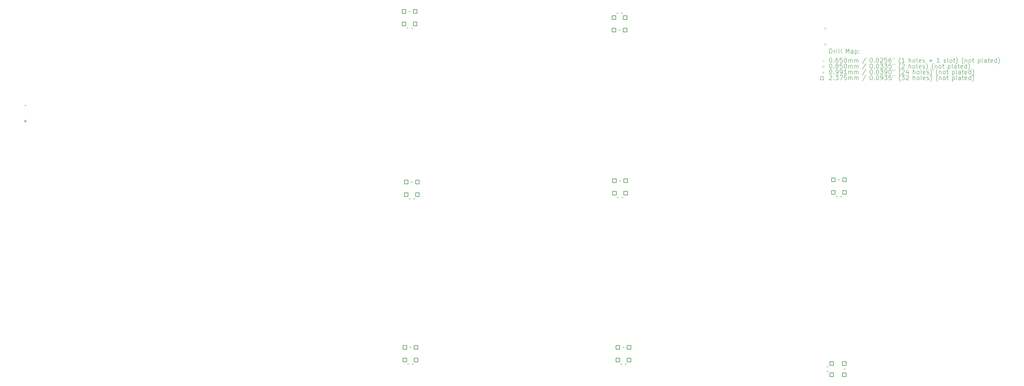
<source format=gbr>
%TF.GenerationSoftware,KiCad,Pcbnew,(7.0.0)*%
%TF.CreationDate,2023-03-06T14:49:50-05:00*%
%TF.ProjectId,FPGAs-Ard_RPi_BB,46504741-732d-4417-9264-5f5250695f42,rev?*%
%TF.SameCoordinates,Original*%
%TF.FileFunction,Drillmap*%
%TF.FilePolarity,Positive*%
%FSLAX45Y45*%
G04 Gerber Fmt 4.5, Leading zero omitted, Abs format (unit mm)*
G04 Created by KiCad (PCBNEW (7.0.0)) date 2023-03-06 14:49:50*
%MOMM*%
%LPD*%
G01*
G04 APERTURE LIST*
%ADD10C,0.200000*%
%ADD11C,0.065000*%
%ADD12C,0.085000*%
%ADD13C,0.099060*%
%ADD14C,0.237490*%
G04 APERTURE END LIST*
D10*
D11*
X2971440Y-7463720D02*
X3036440Y-7528720D01*
X3036440Y-7463720D02*
X2971440Y-7528720D01*
X2971440Y-8183720D02*
X3036440Y-8248720D01*
X3036440Y-8183720D02*
X2971440Y-8248720D01*
D10*
X2971440Y-8201220D02*
X2971440Y-8231220D01*
X2971440Y-8231220D02*
G75*
G03*
X3036440Y-8231220I32500J0D01*
G01*
X3036440Y-8231220D02*
X3036440Y-8201220D01*
X3036440Y-8201220D02*
G75*
G03*
X2971440Y-8201220I-32500J0D01*
G01*
D12*
X39389600Y-4006260D02*
G75*
G03*
X39389600Y-4006260I-42500J0D01*
G01*
X39389600Y-4726260D02*
G75*
G03*
X39389600Y-4726260I-42500J0D01*
G01*
D13*
X20358100Y-3935730D02*
X20358100Y-4034790D01*
X20308570Y-3985260D02*
X20407630Y-3985260D01*
X20396200Y-19213830D02*
X20396200Y-19312890D01*
X20346670Y-19263360D02*
X20445730Y-19263360D01*
X20459700Y-3173730D02*
X20459700Y-3272790D01*
X20410170Y-3223260D02*
X20509230Y-3223260D01*
X20459700Y-11695430D02*
X20459700Y-11794490D01*
X20410170Y-11744960D02*
X20509230Y-11744960D01*
X20497800Y-18451830D02*
X20497800Y-18550890D01*
X20448270Y-18501360D02*
X20547330Y-18501360D01*
X20561300Y-3935730D02*
X20561300Y-4034790D01*
X20511770Y-3985260D02*
X20610830Y-3985260D01*
X20561300Y-10933430D02*
X20561300Y-11032490D01*
X20511770Y-10982960D02*
X20610830Y-10982960D01*
X20599400Y-19213830D02*
X20599400Y-19312890D01*
X20549870Y-19263360D02*
X20648930Y-19263360D01*
X20662900Y-11695430D02*
X20662900Y-11794490D01*
X20613370Y-11744960D02*
X20712430Y-11744960D01*
X29895800Y-3262630D02*
X29895800Y-3361690D01*
X29846270Y-3312160D02*
X29945330Y-3312160D01*
X29921200Y-11631930D02*
X29921200Y-11730990D01*
X29871670Y-11681460D02*
X29970730Y-11681460D01*
X29997400Y-4024630D02*
X29997400Y-4123690D01*
X29947870Y-4074160D02*
X30046930Y-4074160D01*
X30022800Y-10869930D02*
X30022800Y-10968990D01*
X29973270Y-10919460D02*
X30072330Y-10919460D01*
X30073600Y-19213830D02*
X30073600Y-19312890D01*
X30024070Y-19263360D02*
X30123130Y-19263360D01*
X30099000Y-3262630D02*
X30099000Y-3361690D01*
X30049470Y-3312160D02*
X30148530Y-3312160D01*
X30124400Y-11631930D02*
X30124400Y-11730990D01*
X30074870Y-11681460D02*
X30173930Y-11681460D01*
X30175200Y-18451830D02*
X30175200Y-18550890D01*
X30125670Y-18501360D02*
X30224730Y-18501360D01*
X30276800Y-19213830D02*
X30276800Y-19312890D01*
X30227270Y-19263360D02*
X30326330Y-19263360D01*
X39446200Y-19340830D02*
X39446200Y-19439890D01*
X39396670Y-19390360D02*
X39495730Y-19390360D01*
X39446200Y-19544030D02*
X39446200Y-19643090D01*
X39396670Y-19593560D02*
X39495730Y-19593560D01*
X39865300Y-11593830D02*
X39865300Y-11692890D01*
X39815770Y-11643360D02*
X39914830Y-11643360D01*
X39966900Y-10831830D02*
X39966900Y-10930890D01*
X39917370Y-10881360D02*
X40016430Y-10881360D01*
X40068500Y-11593830D02*
X40068500Y-11692890D01*
X40018970Y-11643360D02*
X40118030Y-11643360D01*
X40208200Y-19442430D02*
X40208200Y-19541490D01*
X40158670Y-19491960D02*
X40257730Y-19491960D01*
D14*
X20289666Y-3307226D02*
X20289666Y-3139294D01*
X20121734Y-3139294D01*
X20121734Y-3307226D01*
X20289666Y-3307226D01*
X20289666Y-3878726D02*
X20289666Y-3710794D01*
X20121734Y-3710794D01*
X20121734Y-3878726D01*
X20289666Y-3878726D01*
X20327766Y-18585326D02*
X20327766Y-18417394D01*
X20159834Y-18417394D01*
X20159834Y-18585326D01*
X20327766Y-18585326D01*
X20327766Y-19156826D02*
X20327766Y-18988894D01*
X20159834Y-18988894D01*
X20159834Y-19156826D01*
X20327766Y-19156826D01*
X20391266Y-11066926D02*
X20391266Y-10898994D01*
X20223334Y-10898994D01*
X20223334Y-11066926D01*
X20391266Y-11066926D01*
X20391266Y-11638426D02*
X20391266Y-11470494D01*
X20223334Y-11470494D01*
X20223334Y-11638426D01*
X20391266Y-11638426D01*
X20797666Y-3307226D02*
X20797666Y-3139294D01*
X20629734Y-3139294D01*
X20629734Y-3307226D01*
X20797666Y-3307226D01*
X20797666Y-3878726D02*
X20797666Y-3710794D01*
X20629734Y-3710794D01*
X20629734Y-3878726D01*
X20797666Y-3878726D01*
X20835766Y-18585326D02*
X20835766Y-18417394D01*
X20667834Y-18417394D01*
X20667834Y-18585326D01*
X20835766Y-18585326D01*
X20835766Y-19156826D02*
X20835766Y-18988894D01*
X20667834Y-18988894D01*
X20667834Y-19156826D01*
X20835766Y-19156826D01*
X20899266Y-11066926D02*
X20899266Y-10898994D01*
X20731334Y-10898994D01*
X20731334Y-11066926D01*
X20899266Y-11066926D01*
X20899266Y-11638426D02*
X20899266Y-11470494D01*
X20731334Y-11470494D01*
X20731334Y-11638426D01*
X20899266Y-11638426D01*
X29827366Y-3586626D02*
X29827366Y-3418694D01*
X29659434Y-3418694D01*
X29659434Y-3586626D01*
X29827366Y-3586626D01*
X29827366Y-4158126D02*
X29827366Y-3990194D01*
X29659434Y-3990194D01*
X29659434Y-4158126D01*
X29827366Y-4158126D01*
X29852766Y-11003426D02*
X29852766Y-10835494D01*
X29684834Y-10835494D01*
X29684834Y-11003426D01*
X29852766Y-11003426D01*
X29852766Y-11574926D02*
X29852766Y-11406994D01*
X29684834Y-11406994D01*
X29684834Y-11574926D01*
X29852766Y-11574926D01*
X30005166Y-18585326D02*
X30005166Y-18417394D01*
X29837234Y-18417394D01*
X29837234Y-18585326D01*
X30005166Y-18585326D01*
X30005166Y-19156826D02*
X30005166Y-18988894D01*
X29837234Y-18988894D01*
X29837234Y-19156826D01*
X30005166Y-19156826D01*
X30335366Y-3586626D02*
X30335366Y-3418694D01*
X30167434Y-3418694D01*
X30167434Y-3586626D01*
X30335366Y-3586626D01*
X30335366Y-4158126D02*
X30335366Y-3990194D01*
X30167434Y-3990194D01*
X30167434Y-4158126D01*
X30335366Y-4158126D01*
X30360766Y-11003426D02*
X30360766Y-10835494D01*
X30192834Y-10835494D01*
X30192834Y-11003426D01*
X30360766Y-11003426D01*
X30360766Y-11574926D02*
X30360766Y-11406994D01*
X30192834Y-11406994D01*
X30192834Y-11574926D01*
X30360766Y-11574926D01*
X30513166Y-18585326D02*
X30513166Y-18417394D01*
X30345234Y-18417394D01*
X30345234Y-18585326D01*
X30513166Y-18585326D01*
X30513166Y-19156826D02*
X30513166Y-18988894D01*
X30345234Y-18988894D01*
X30345234Y-19156826D01*
X30513166Y-19156826D01*
X39720666Y-19321926D02*
X39720666Y-19153994D01*
X39552734Y-19153994D01*
X39552734Y-19321926D01*
X39720666Y-19321926D01*
X39720666Y-19829926D02*
X39720666Y-19661994D01*
X39552734Y-19661994D01*
X39552734Y-19829926D01*
X39720666Y-19829926D01*
X39796866Y-10965326D02*
X39796866Y-10797394D01*
X39628934Y-10797394D01*
X39628934Y-10965326D01*
X39796866Y-10965326D01*
X39796866Y-11536826D02*
X39796866Y-11368894D01*
X39628934Y-11368894D01*
X39628934Y-11536826D01*
X39796866Y-11536826D01*
X40292166Y-19321926D02*
X40292166Y-19153994D01*
X40124234Y-19153994D01*
X40124234Y-19321926D01*
X40292166Y-19321926D01*
X40292166Y-19829926D02*
X40292166Y-19661994D01*
X40124234Y-19661994D01*
X40124234Y-19829926D01*
X40292166Y-19829926D01*
X40304866Y-10965326D02*
X40304866Y-10797394D01*
X40136934Y-10797394D01*
X40136934Y-10965326D01*
X40304866Y-10965326D01*
X40304866Y-11536826D02*
X40304866Y-11368894D01*
X40136934Y-11368894D01*
X40136934Y-11536826D01*
X40304866Y-11536826D01*
D10*
X39547219Y-5127736D02*
X39547219Y-4927736D01*
X39547219Y-4927736D02*
X39594838Y-4927736D01*
X39594838Y-4927736D02*
X39623410Y-4937260D01*
X39623410Y-4937260D02*
X39642457Y-4956308D01*
X39642457Y-4956308D02*
X39651981Y-4975355D01*
X39651981Y-4975355D02*
X39661505Y-5013450D01*
X39661505Y-5013450D02*
X39661505Y-5042022D01*
X39661505Y-5042022D02*
X39651981Y-5080117D01*
X39651981Y-5080117D02*
X39642457Y-5099165D01*
X39642457Y-5099165D02*
X39623410Y-5118212D01*
X39623410Y-5118212D02*
X39594838Y-5127736D01*
X39594838Y-5127736D02*
X39547219Y-5127736D01*
X39747219Y-5127736D02*
X39747219Y-4994403D01*
X39747219Y-5032498D02*
X39756743Y-5013450D01*
X39756743Y-5013450D02*
X39766267Y-5003927D01*
X39766267Y-5003927D02*
X39785314Y-4994403D01*
X39785314Y-4994403D02*
X39804362Y-4994403D01*
X39871029Y-5127736D02*
X39871029Y-4994403D01*
X39871029Y-4927736D02*
X39861505Y-4937260D01*
X39861505Y-4937260D02*
X39871029Y-4946784D01*
X39871029Y-4946784D02*
X39880552Y-4937260D01*
X39880552Y-4937260D02*
X39871029Y-4927736D01*
X39871029Y-4927736D02*
X39871029Y-4946784D01*
X39994838Y-5127736D02*
X39975790Y-5118212D01*
X39975790Y-5118212D02*
X39966267Y-5099165D01*
X39966267Y-5099165D02*
X39966267Y-4927736D01*
X40099600Y-5127736D02*
X40080552Y-5118212D01*
X40080552Y-5118212D02*
X40071029Y-5099165D01*
X40071029Y-5099165D02*
X40071029Y-4927736D01*
X40295790Y-5127736D02*
X40295790Y-4927736D01*
X40295790Y-4927736D02*
X40362457Y-5070593D01*
X40362457Y-5070593D02*
X40429124Y-4927736D01*
X40429124Y-4927736D02*
X40429124Y-5127736D01*
X40610076Y-5127736D02*
X40610076Y-5022974D01*
X40610076Y-5022974D02*
X40600552Y-5003927D01*
X40600552Y-5003927D02*
X40581505Y-4994403D01*
X40581505Y-4994403D02*
X40543409Y-4994403D01*
X40543409Y-4994403D02*
X40524362Y-5003927D01*
X40610076Y-5118212D02*
X40591029Y-5127736D01*
X40591029Y-5127736D02*
X40543409Y-5127736D01*
X40543409Y-5127736D02*
X40524362Y-5118212D01*
X40524362Y-5118212D02*
X40514838Y-5099165D01*
X40514838Y-5099165D02*
X40514838Y-5080117D01*
X40514838Y-5080117D02*
X40524362Y-5061070D01*
X40524362Y-5061070D02*
X40543409Y-5051546D01*
X40543409Y-5051546D02*
X40591029Y-5051546D01*
X40591029Y-5051546D02*
X40610076Y-5042022D01*
X40705314Y-4994403D02*
X40705314Y-5194403D01*
X40705314Y-5003927D02*
X40724362Y-4994403D01*
X40724362Y-4994403D02*
X40762457Y-4994403D01*
X40762457Y-4994403D02*
X40781505Y-5003927D01*
X40781505Y-5003927D02*
X40791029Y-5013450D01*
X40791029Y-5013450D02*
X40800552Y-5032498D01*
X40800552Y-5032498D02*
X40800552Y-5089641D01*
X40800552Y-5089641D02*
X40791029Y-5108689D01*
X40791029Y-5108689D02*
X40781505Y-5118212D01*
X40781505Y-5118212D02*
X40762457Y-5127736D01*
X40762457Y-5127736D02*
X40724362Y-5127736D01*
X40724362Y-5127736D02*
X40705314Y-5118212D01*
X40886267Y-5108689D02*
X40895790Y-5118212D01*
X40895790Y-5118212D02*
X40886267Y-5127736D01*
X40886267Y-5127736D02*
X40876743Y-5118212D01*
X40876743Y-5118212D02*
X40886267Y-5108689D01*
X40886267Y-5108689D02*
X40886267Y-5127736D01*
X40886267Y-5003927D02*
X40895790Y-5013450D01*
X40895790Y-5013450D02*
X40886267Y-5022974D01*
X40886267Y-5022974D02*
X40876743Y-5013450D01*
X40876743Y-5013450D02*
X40886267Y-5003927D01*
X40886267Y-5003927D02*
X40886267Y-5022974D01*
D11*
X39234600Y-5441760D02*
X39299600Y-5506760D01*
X39299600Y-5441760D02*
X39234600Y-5506760D01*
D10*
X39585314Y-5347736D02*
X39604362Y-5347736D01*
X39604362Y-5347736D02*
X39623410Y-5357260D01*
X39623410Y-5357260D02*
X39632933Y-5366784D01*
X39632933Y-5366784D02*
X39642457Y-5385831D01*
X39642457Y-5385831D02*
X39651981Y-5423927D01*
X39651981Y-5423927D02*
X39651981Y-5471546D01*
X39651981Y-5471546D02*
X39642457Y-5509641D01*
X39642457Y-5509641D02*
X39632933Y-5528689D01*
X39632933Y-5528689D02*
X39623410Y-5538212D01*
X39623410Y-5538212D02*
X39604362Y-5547736D01*
X39604362Y-5547736D02*
X39585314Y-5547736D01*
X39585314Y-5547736D02*
X39566267Y-5538212D01*
X39566267Y-5538212D02*
X39556743Y-5528689D01*
X39556743Y-5528689D02*
X39547219Y-5509641D01*
X39547219Y-5509641D02*
X39537695Y-5471546D01*
X39537695Y-5471546D02*
X39537695Y-5423927D01*
X39537695Y-5423927D02*
X39547219Y-5385831D01*
X39547219Y-5385831D02*
X39556743Y-5366784D01*
X39556743Y-5366784D02*
X39566267Y-5357260D01*
X39566267Y-5357260D02*
X39585314Y-5347736D01*
X39737695Y-5528689D02*
X39747219Y-5538212D01*
X39747219Y-5538212D02*
X39737695Y-5547736D01*
X39737695Y-5547736D02*
X39728171Y-5538212D01*
X39728171Y-5538212D02*
X39737695Y-5528689D01*
X39737695Y-5528689D02*
X39737695Y-5547736D01*
X39918648Y-5347736D02*
X39880552Y-5347736D01*
X39880552Y-5347736D02*
X39861505Y-5357260D01*
X39861505Y-5357260D02*
X39851981Y-5366784D01*
X39851981Y-5366784D02*
X39832933Y-5395355D01*
X39832933Y-5395355D02*
X39823410Y-5433450D01*
X39823410Y-5433450D02*
X39823410Y-5509641D01*
X39823410Y-5509641D02*
X39832933Y-5528689D01*
X39832933Y-5528689D02*
X39842457Y-5538212D01*
X39842457Y-5538212D02*
X39861505Y-5547736D01*
X39861505Y-5547736D02*
X39899600Y-5547736D01*
X39899600Y-5547736D02*
X39918648Y-5538212D01*
X39918648Y-5538212D02*
X39928171Y-5528689D01*
X39928171Y-5528689D02*
X39937695Y-5509641D01*
X39937695Y-5509641D02*
X39937695Y-5462022D01*
X39937695Y-5462022D02*
X39928171Y-5442974D01*
X39928171Y-5442974D02*
X39918648Y-5433450D01*
X39918648Y-5433450D02*
X39899600Y-5423927D01*
X39899600Y-5423927D02*
X39861505Y-5423927D01*
X39861505Y-5423927D02*
X39842457Y-5433450D01*
X39842457Y-5433450D02*
X39832933Y-5442974D01*
X39832933Y-5442974D02*
X39823410Y-5462022D01*
X40118648Y-5347736D02*
X40023410Y-5347736D01*
X40023410Y-5347736D02*
X40013886Y-5442974D01*
X40013886Y-5442974D02*
X40023410Y-5433450D01*
X40023410Y-5433450D02*
X40042457Y-5423927D01*
X40042457Y-5423927D02*
X40090076Y-5423927D01*
X40090076Y-5423927D02*
X40109124Y-5433450D01*
X40109124Y-5433450D02*
X40118648Y-5442974D01*
X40118648Y-5442974D02*
X40128171Y-5462022D01*
X40128171Y-5462022D02*
X40128171Y-5509641D01*
X40128171Y-5509641D02*
X40118648Y-5528689D01*
X40118648Y-5528689D02*
X40109124Y-5538212D01*
X40109124Y-5538212D02*
X40090076Y-5547736D01*
X40090076Y-5547736D02*
X40042457Y-5547736D01*
X40042457Y-5547736D02*
X40023410Y-5538212D01*
X40023410Y-5538212D02*
X40013886Y-5528689D01*
X40251981Y-5347736D02*
X40271029Y-5347736D01*
X40271029Y-5347736D02*
X40290076Y-5357260D01*
X40290076Y-5357260D02*
X40299600Y-5366784D01*
X40299600Y-5366784D02*
X40309124Y-5385831D01*
X40309124Y-5385831D02*
X40318648Y-5423927D01*
X40318648Y-5423927D02*
X40318648Y-5471546D01*
X40318648Y-5471546D02*
X40309124Y-5509641D01*
X40309124Y-5509641D02*
X40299600Y-5528689D01*
X40299600Y-5528689D02*
X40290076Y-5538212D01*
X40290076Y-5538212D02*
X40271029Y-5547736D01*
X40271029Y-5547736D02*
X40251981Y-5547736D01*
X40251981Y-5547736D02*
X40232933Y-5538212D01*
X40232933Y-5538212D02*
X40223410Y-5528689D01*
X40223410Y-5528689D02*
X40213886Y-5509641D01*
X40213886Y-5509641D02*
X40204362Y-5471546D01*
X40204362Y-5471546D02*
X40204362Y-5423927D01*
X40204362Y-5423927D02*
X40213886Y-5385831D01*
X40213886Y-5385831D02*
X40223410Y-5366784D01*
X40223410Y-5366784D02*
X40232933Y-5357260D01*
X40232933Y-5357260D02*
X40251981Y-5347736D01*
X40404362Y-5547736D02*
X40404362Y-5414403D01*
X40404362Y-5433450D02*
X40413886Y-5423927D01*
X40413886Y-5423927D02*
X40432933Y-5414403D01*
X40432933Y-5414403D02*
X40461505Y-5414403D01*
X40461505Y-5414403D02*
X40480552Y-5423927D01*
X40480552Y-5423927D02*
X40490076Y-5442974D01*
X40490076Y-5442974D02*
X40490076Y-5547736D01*
X40490076Y-5442974D02*
X40499600Y-5423927D01*
X40499600Y-5423927D02*
X40518648Y-5414403D01*
X40518648Y-5414403D02*
X40547219Y-5414403D01*
X40547219Y-5414403D02*
X40566267Y-5423927D01*
X40566267Y-5423927D02*
X40575791Y-5442974D01*
X40575791Y-5442974D02*
X40575791Y-5547736D01*
X40671029Y-5547736D02*
X40671029Y-5414403D01*
X40671029Y-5433450D02*
X40680552Y-5423927D01*
X40680552Y-5423927D02*
X40699600Y-5414403D01*
X40699600Y-5414403D02*
X40728172Y-5414403D01*
X40728172Y-5414403D02*
X40747219Y-5423927D01*
X40747219Y-5423927D02*
X40756743Y-5442974D01*
X40756743Y-5442974D02*
X40756743Y-5547736D01*
X40756743Y-5442974D02*
X40766267Y-5423927D01*
X40766267Y-5423927D02*
X40785314Y-5414403D01*
X40785314Y-5414403D02*
X40813886Y-5414403D01*
X40813886Y-5414403D02*
X40832933Y-5423927D01*
X40832933Y-5423927D02*
X40842457Y-5442974D01*
X40842457Y-5442974D02*
X40842457Y-5547736D01*
X41200552Y-5338212D02*
X41029124Y-5595355D01*
X41425314Y-5347736D02*
X41444362Y-5347736D01*
X41444362Y-5347736D02*
X41463410Y-5357260D01*
X41463410Y-5357260D02*
X41472933Y-5366784D01*
X41472933Y-5366784D02*
X41482457Y-5385831D01*
X41482457Y-5385831D02*
X41491981Y-5423927D01*
X41491981Y-5423927D02*
X41491981Y-5471546D01*
X41491981Y-5471546D02*
X41482457Y-5509641D01*
X41482457Y-5509641D02*
X41472933Y-5528689D01*
X41472933Y-5528689D02*
X41463410Y-5538212D01*
X41463410Y-5538212D02*
X41444362Y-5547736D01*
X41444362Y-5547736D02*
X41425314Y-5547736D01*
X41425314Y-5547736D02*
X41406267Y-5538212D01*
X41406267Y-5538212D02*
X41396743Y-5528689D01*
X41396743Y-5528689D02*
X41387219Y-5509641D01*
X41387219Y-5509641D02*
X41377695Y-5471546D01*
X41377695Y-5471546D02*
X41377695Y-5423927D01*
X41377695Y-5423927D02*
X41387219Y-5385831D01*
X41387219Y-5385831D02*
X41396743Y-5366784D01*
X41396743Y-5366784D02*
X41406267Y-5357260D01*
X41406267Y-5357260D02*
X41425314Y-5347736D01*
X41577695Y-5528689D02*
X41587219Y-5538212D01*
X41587219Y-5538212D02*
X41577695Y-5547736D01*
X41577695Y-5547736D02*
X41568172Y-5538212D01*
X41568172Y-5538212D02*
X41577695Y-5528689D01*
X41577695Y-5528689D02*
X41577695Y-5547736D01*
X41711029Y-5347736D02*
X41730076Y-5347736D01*
X41730076Y-5347736D02*
X41749124Y-5357260D01*
X41749124Y-5357260D02*
X41758648Y-5366784D01*
X41758648Y-5366784D02*
X41768172Y-5385831D01*
X41768172Y-5385831D02*
X41777695Y-5423927D01*
X41777695Y-5423927D02*
X41777695Y-5471546D01*
X41777695Y-5471546D02*
X41768172Y-5509641D01*
X41768172Y-5509641D02*
X41758648Y-5528689D01*
X41758648Y-5528689D02*
X41749124Y-5538212D01*
X41749124Y-5538212D02*
X41730076Y-5547736D01*
X41730076Y-5547736D02*
X41711029Y-5547736D01*
X41711029Y-5547736D02*
X41691981Y-5538212D01*
X41691981Y-5538212D02*
X41682457Y-5528689D01*
X41682457Y-5528689D02*
X41672933Y-5509641D01*
X41672933Y-5509641D02*
X41663410Y-5471546D01*
X41663410Y-5471546D02*
X41663410Y-5423927D01*
X41663410Y-5423927D02*
X41672933Y-5385831D01*
X41672933Y-5385831D02*
X41682457Y-5366784D01*
X41682457Y-5366784D02*
X41691981Y-5357260D01*
X41691981Y-5357260D02*
X41711029Y-5347736D01*
X41853886Y-5366784D02*
X41863410Y-5357260D01*
X41863410Y-5357260D02*
X41882457Y-5347736D01*
X41882457Y-5347736D02*
X41930076Y-5347736D01*
X41930076Y-5347736D02*
X41949124Y-5357260D01*
X41949124Y-5357260D02*
X41958648Y-5366784D01*
X41958648Y-5366784D02*
X41968172Y-5385831D01*
X41968172Y-5385831D02*
X41968172Y-5404879D01*
X41968172Y-5404879D02*
X41958648Y-5433450D01*
X41958648Y-5433450D02*
X41844362Y-5547736D01*
X41844362Y-5547736D02*
X41968172Y-5547736D01*
X42149124Y-5347736D02*
X42053886Y-5347736D01*
X42053886Y-5347736D02*
X42044362Y-5442974D01*
X42044362Y-5442974D02*
X42053886Y-5433450D01*
X42053886Y-5433450D02*
X42072933Y-5423927D01*
X42072933Y-5423927D02*
X42120553Y-5423927D01*
X42120553Y-5423927D02*
X42139600Y-5433450D01*
X42139600Y-5433450D02*
X42149124Y-5442974D01*
X42149124Y-5442974D02*
X42158648Y-5462022D01*
X42158648Y-5462022D02*
X42158648Y-5509641D01*
X42158648Y-5509641D02*
X42149124Y-5528689D01*
X42149124Y-5528689D02*
X42139600Y-5538212D01*
X42139600Y-5538212D02*
X42120553Y-5547736D01*
X42120553Y-5547736D02*
X42072933Y-5547736D01*
X42072933Y-5547736D02*
X42053886Y-5538212D01*
X42053886Y-5538212D02*
X42044362Y-5528689D01*
X42330076Y-5347736D02*
X42291981Y-5347736D01*
X42291981Y-5347736D02*
X42272933Y-5357260D01*
X42272933Y-5357260D02*
X42263410Y-5366784D01*
X42263410Y-5366784D02*
X42244362Y-5395355D01*
X42244362Y-5395355D02*
X42234838Y-5433450D01*
X42234838Y-5433450D02*
X42234838Y-5509641D01*
X42234838Y-5509641D02*
X42244362Y-5528689D01*
X42244362Y-5528689D02*
X42253886Y-5538212D01*
X42253886Y-5538212D02*
X42272933Y-5547736D01*
X42272933Y-5547736D02*
X42311029Y-5547736D01*
X42311029Y-5547736D02*
X42330076Y-5538212D01*
X42330076Y-5538212D02*
X42339600Y-5528689D01*
X42339600Y-5528689D02*
X42349124Y-5509641D01*
X42349124Y-5509641D02*
X42349124Y-5462022D01*
X42349124Y-5462022D02*
X42339600Y-5442974D01*
X42339600Y-5442974D02*
X42330076Y-5433450D01*
X42330076Y-5433450D02*
X42311029Y-5423927D01*
X42311029Y-5423927D02*
X42272933Y-5423927D01*
X42272933Y-5423927D02*
X42253886Y-5433450D01*
X42253886Y-5433450D02*
X42244362Y-5442974D01*
X42244362Y-5442974D02*
X42234838Y-5462022D01*
X42425314Y-5347736D02*
X42425314Y-5385831D01*
X42501505Y-5347736D02*
X42501505Y-5385831D01*
X42764362Y-5623927D02*
X42754838Y-5614403D01*
X42754838Y-5614403D02*
X42735791Y-5585831D01*
X42735791Y-5585831D02*
X42726267Y-5566784D01*
X42726267Y-5566784D02*
X42716743Y-5538212D01*
X42716743Y-5538212D02*
X42707219Y-5490593D01*
X42707219Y-5490593D02*
X42707219Y-5452498D01*
X42707219Y-5452498D02*
X42716743Y-5404879D01*
X42716743Y-5404879D02*
X42726267Y-5376308D01*
X42726267Y-5376308D02*
X42735791Y-5357260D01*
X42735791Y-5357260D02*
X42754838Y-5328689D01*
X42754838Y-5328689D02*
X42764362Y-5319165D01*
X42945314Y-5547736D02*
X42831029Y-5547736D01*
X42888172Y-5547736D02*
X42888172Y-5347736D01*
X42888172Y-5347736D02*
X42869124Y-5376308D01*
X42869124Y-5376308D02*
X42850076Y-5395355D01*
X42850076Y-5395355D02*
X42831029Y-5404879D01*
X43151029Y-5547736D02*
X43151029Y-5347736D01*
X43236743Y-5547736D02*
X43236743Y-5442974D01*
X43236743Y-5442974D02*
X43227219Y-5423927D01*
X43227219Y-5423927D02*
X43208172Y-5414403D01*
X43208172Y-5414403D02*
X43179600Y-5414403D01*
X43179600Y-5414403D02*
X43160553Y-5423927D01*
X43160553Y-5423927D02*
X43151029Y-5433450D01*
X43360553Y-5547736D02*
X43341505Y-5538212D01*
X43341505Y-5538212D02*
X43331981Y-5528689D01*
X43331981Y-5528689D02*
X43322457Y-5509641D01*
X43322457Y-5509641D02*
X43322457Y-5452498D01*
X43322457Y-5452498D02*
X43331981Y-5433450D01*
X43331981Y-5433450D02*
X43341505Y-5423927D01*
X43341505Y-5423927D02*
X43360553Y-5414403D01*
X43360553Y-5414403D02*
X43389124Y-5414403D01*
X43389124Y-5414403D02*
X43408172Y-5423927D01*
X43408172Y-5423927D02*
X43417695Y-5433450D01*
X43417695Y-5433450D02*
X43427219Y-5452498D01*
X43427219Y-5452498D02*
X43427219Y-5509641D01*
X43427219Y-5509641D02*
X43417695Y-5528689D01*
X43417695Y-5528689D02*
X43408172Y-5538212D01*
X43408172Y-5538212D02*
X43389124Y-5547736D01*
X43389124Y-5547736D02*
X43360553Y-5547736D01*
X43541505Y-5547736D02*
X43522457Y-5538212D01*
X43522457Y-5538212D02*
X43512934Y-5519165D01*
X43512934Y-5519165D02*
X43512934Y-5347736D01*
X43693886Y-5538212D02*
X43674838Y-5547736D01*
X43674838Y-5547736D02*
X43636743Y-5547736D01*
X43636743Y-5547736D02*
X43617695Y-5538212D01*
X43617695Y-5538212D02*
X43608172Y-5519165D01*
X43608172Y-5519165D02*
X43608172Y-5442974D01*
X43608172Y-5442974D02*
X43617695Y-5423927D01*
X43617695Y-5423927D02*
X43636743Y-5414403D01*
X43636743Y-5414403D02*
X43674838Y-5414403D01*
X43674838Y-5414403D02*
X43693886Y-5423927D01*
X43693886Y-5423927D02*
X43703410Y-5442974D01*
X43703410Y-5442974D02*
X43703410Y-5462022D01*
X43703410Y-5462022D02*
X43608172Y-5481070D01*
X43779600Y-5538212D02*
X43798648Y-5547736D01*
X43798648Y-5547736D02*
X43836743Y-5547736D01*
X43836743Y-5547736D02*
X43855791Y-5538212D01*
X43855791Y-5538212D02*
X43865315Y-5519165D01*
X43865315Y-5519165D02*
X43865315Y-5509641D01*
X43865315Y-5509641D02*
X43855791Y-5490593D01*
X43855791Y-5490593D02*
X43836743Y-5481070D01*
X43836743Y-5481070D02*
X43808172Y-5481070D01*
X43808172Y-5481070D02*
X43789124Y-5471546D01*
X43789124Y-5471546D02*
X43779600Y-5452498D01*
X43779600Y-5452498D02*
X43779600Y-5442974D01*
X43779600Y-5442974D02*
X43789124Y-5423927D01*
X43789124Y-5423927D02*
X43808172Y-5414403D01*
X43808172Y-5414403D02*
X43836743Y-5414403D01*
X43836743Y-5414403D02*
X43855791Y-5423927D01*
X44071029Y-5471546D02*
X44223410Y-5471546D01*
X44147219Y-5547736D02*
X44147219Y-5395355D01*
X44543410Y-5547736D02*
X44429124Y-5547736D01*
X44486267Y-5547736D02*
X44486267Y-5347736D01*
X44486267Y-5347736D02*
X44467219Y-5376308D01*
X44467219Y-5376308D02*
X44448172Y-5395355D01*
X44448172Y-5395355D02*
X44429124Y-5404879D01*
X44739600Y-5538212D02*
X44758648Y-5547736D01*
X44758648Y-5547736D02*
X44796743Y-5547736D01*
X44796743Y-5547736D02*
X44815791Y-5538212D01*
X44815791Y-5538212D02*
X44825314Y-5519165D01*
X44825314Y-5519165D02*
X44825314Y-5509641D01*
X44825314Y-5509641D02*
X44815791Y-5490593D01*
X44815791Y-5490593D02*
X44796743Y-5481070D01*
X44796743Y-5481070D02*
X44768172Y-5481070D01*
X44768172Y-5481070D02*
X44749124Y-5471546D01*
X44749124Y-5471546D02*
X44739600Y-5452498D01*
X44739600Y-5452498D02*
X44739600Y-5442974D01*
X44739600Y-5442974D02*
X44749124Y-5423927D01*
X44749124Y-5423927D02*
X44768172Y-5414403D01*
X44768172Y-5414403D02*
X44796743Y-5414403D01*
X44796743Y-5414403D02*
X44815791Y-5423927D01*
X44939600Y-5547736D02*
X44920553Y-5538212D01*
X44920553Y-5538212D02*
X44911029Y-5519165D01*
X44911029Y-5519165D02*
X44911029Y-5347736D01*
X45044362Y-5547736D02*
X45025314Y-5538212D01*
X45025314Y-5538212D02*
X45015791Y-5528689D01*
X45015791Y-5528689D02*
X45006267Y-5509641D01*
X45006267Y-5509641D02*
X45006267Y-5452498D01*
X45006267Y-5452498D02*
X45015791Y-5433450D01*
X45015791Y-5433450D02*
X45025314Y-5423927D01*
X45025314Y-5423927D02*
X45044362Y-5414403D01*
X45044362Y-5414403D02*
X45072934Y-5414403D01*
X45072934Y-5414403D02*
X45091981Y-5423927D01*
X45091981Y-5423927D02*
X45101505Y-5433450D01*
X45101505Y-5433450D02*
X45111029Y-5452498D01*
X45111029Y-5452498D02*
X45111029Y-5509641D01*
X45111029Y-5509641D02*
X45101505Y-5528689D01*
X45101505Y-5528689D02*
X45091981Y-5538212D01*
X45091981Y-5538212D02*
X45072934Y-5547736D01*
X45072934Y-5547736D02*
X45044362Y-5547736D01*
X45168172Y-5414403D02*
X45244362Y-5414403D01*
X45196743Y-5347736D02*
X45196743Y-5519165D01*
X45196743Y-5519165D02*
X45206267Y-5538212D01*
X45206267Y-5538212D02*
X45225314Y-5547736D01*
X45225314Y-5547736D02*
X45244362Y-5547736D01*
X45291981Y-5623927D02*
X45301505Y-5614403D01*
X45301505Y-5614403D02*
X45320553Y-5585831D01*
X45320553Y-5585831D02*
X45330076Y-5566784D01*
X45330076Y-5566784D02*
X45339600Y-5538212D01*
X45339600Y-5538212D02*
X45349124Y-5490593D01*
X45349124Y-5490593D02*
X45349124Y-5452498D01*
X45349124Y-5452498D02*
X45339600Y-5404879D01*
X45339600Y-5404879D02*
X45330076Y-5376308D01*
X45330076Y-5376308D02*
X45320553Y-5357260D01*
X45320553Y-5357260D02*
X45301505Y-5328689D01*
X45301505Y-5328689D02*
X45291981Y-5319165D01*
X45621505Y-5623927D02*
X45611981Y-5614403D01*
X45611981Y-5614403D02*
X45592933Y-5585831D01*
X45592933Y-5585831D02*
X45583410Y-5566784D01*
X45583410Y-5566784D02*
X45573886Y-5538212D01*
X45573886Y-5538212D02*
X45564362Y-5490593D01*
X45564362Y-5490593D02*
X45564362Y-5452498D01*
X45564362Y-5452498D02*
X45573886Y-5404879D01*
X45573886Y-5404879D02*
X45583410Y-5376308D01*
X45583410Y-5376308D02*
X45592933Y-5357260D01*
X45592933Y-5357260D02*
X45611981Y-5328689D01*
X45611981Y-5328689D02*
X45621505Y-5319165D01*
X45697695Y-5414403D02*
X45697695Y-5547736D01*
X45697695Y-5433450D02*
X45707219Y-5423927D01*
X45707219Y-5423927D02*
X45726267Y-5414403D01*
X45726267Y-5414403D02*
X45754838Y-5414403D01*
X45754838Y-5414403D02*
X45773886Y-5423927D01*
X45773886Y-5423927D02*
X45783410Y-5442974D01*
X45783410Y-5442974D02*
X45783410Y-5547736D01*
X45907219Y-5547736D02*
X45888172Y-5538212D01*
X45888172Y-5538212D02*
X45878648Y-5528689D01*
X45878648Y-5528689D02*
X45869124Y-5509641D01*
X45869124Y-5509641D02*
X45869124Y-5452498D01*
X45869124Y-5452498D02*
X45878648Y-5433450D01*
X45878648Y-5433450D02*
X45888172Y-5423927D01*
X45888172Y-5423927D02*
X45907219Y-5414403D01*
X45907219Y-5414403D02*
X45935791Y-5414403D01*
X45935791Y-5414403D02*
X45954838Y-5423927D01*
X45954838Y-5423927D02*
X45964362Y-5433450D01*
X45964362Y-5433450D02*
X45973886Y-5452498D01*
X45973886Y-5452498D02*
X45973886Y-5509641D01*
X45973886Y-5509641D02*
X45964362Y-5528689D01*
X45964362Y-5528689D02*
X45954838Y-5538212D01*
X45954838Y-5538212D02*
X45935791Y-5547736D01*
X45935791Y-5547736D02*
X45907219Y-5547736D01*
X46031029Y-5414403D02*
X46107219Y-5414403D01*
X46059600Y-5347736D02*
X46059600Y-5519165D01*
X46059600Y-5519165D02*
X46069124Y-5538212D01*
X46069124Y-5538212D02*
X46088172Y-5547736D01*
X46088172Y-5547736D02*
X46107219Y-5547736D01*
X46293886Y-5414403D02*
X46293886Y-5614403D01*
X46293886Y-5423927D02*
X46312933Y-5414403D01*
X46312933Y-5414403D02*
X46351029Y-5414403D01*
X46351029Y-5414403D02*
X46370076Y-5423927D01*
X46370076Y-5423927D02*
X46379600Y-5433450D01*
X46379600Y-5433450D02*
X46389124Y-5452498D01*
X46389124Y-5452498D02*
X46389124Y-5509641D01*
X46389124Y-5509641D02*
X46379600Y-5528689D01*
X46379600Y-5528689D02*
X46370076Y-5538212D01*
X46370076Y-5538212D02*
X46351029Y-5547736D01*
X46351029Y-5547736D02*
X46312933Y-5547736D01*
X46312933Y-5547736D02*
X46293886Y-5538212D01*
X46503410Y-5547736D02*
X46484362Y-5538212D01*
X46484362Y-5538212D02*
X46474838Y-5519165D01*
X46474838Y-5519165D02*
X46474838Y-5347736D01*
X46665314Y-5547736D02*
X46665314Y-5442974D01*
X46665314Y-5442974D02*
X46655791Y-5423927D01*
X46655791Y-5423927D02*
X46636743Y-5414403D01*
X46636743Y-5414403D02*
X46598648Y-5414403D01*
X46598648Y-5414403D02*
X46579600Y-5423927D01*
X46665314Y-5538212D02*
X46646267Y-5547736D01*
X46646267Y-5547736D02*
X46598648Y-5547736D01*
X46598648Y-5547736D02*
X46579600Y-5538212D01*
X46579600Y-5538212D02*
X46570076Y-5519165D01*
X46570076Y-5519165D02*
X46570076Y-5500117D01*
X46570076Y-5500117D02*
X46579600Y-5481070D01*
X46579600Y-5481070D02*
X46598648Y-5471546D01*
X46598648Y-5471546D02*
X46646267Y-5471546D01*
X46646267Y-5471546D02*
X46665314Y-5462022D01*
X46731981Y-5414403D02*
X46808172Y-5414403D01*
X46760553Y-5347736D02*
X46760553Y-5519165D01*
X46760553Y-5519165D02*
X46770076Y-5538212D01*
X46770076Y-5538212D02*
X46789124Y-5547736D01*
X46789124Y-5547736D02*
X46808172Y-5547736D01*
X46951029Y-5538212D02*
X46931981Y-5547736D01*
X46931981Y-5547736D02*
X46893886Y-5547736D01*
X46893886Y-5547736D02*
X46874838Y-5538212D01*
X46874838Y-5538212D02*
X46865314Y-5519165D01*
X46865314Y-5519165D02*
X46865314Y-5442974D01*
X46865314Y-5442974D02*
X46874838Y-5423927D01*
X46874838Y-5423927D02*
X46893886Y-5414403D01*
X46893886Y-5414403D02*
X46931981Y-5414403D01*
X46931981Y-5414403D02*
X46951029Y-5423927D01*
X46951029Y-5423927D02*
X46960553Y-5442974D01*
X46960553Y-5442974D02*
X46960553Y-5462022D01*
X46960553Y-5462022D02*
X46865314Y-5481070D01*
X47131981Y-5547736D02*
X47131981Y-5347736D01*
X47131981Y-5538212D02*
X47112934Y-5547736D01*
X47112934Y-5547736D02*
X47074838Y-5547736D01*
X47074838Y-5547736D02*
X47055791Y-5538212D01*
X47055791Y-5538212D02*
X47046267Y-5528689D01*
X47046267Y-5528689D02*
X47036743Y-5509641D01*
X47036743Y-5509641D02*
X47036743Y-5452498D01*
X47036743Y-5452498D02*
X47046267Y-5433450D01*
X47046267Y-5433450D02*
X47055791Y-5423927D01*
X47055791Y-5423927D02*
X47074838Y-5414403D01*
X47074838Y-5414403D02*
X47112934Y-5414403D01*
X47112934Y-5414403D02*
X47131981Y-5423927D01*
X47208172Y-5623927D02*
X47217695Y-5614403D01*
X47217695Y-5614403D02*
X47236743Y-5585831D01*
X47236743Y-5585831D02*
X47246267Y-5566784D01*
X47246267Y-5566784D02*
X47255791Y-5538212D01*
X47255791Y-5538212D02*
X47265314Y-5490593D01*
X47265314Y-5490593D02*
X47265314Y-5452498D01*
X47265314Y-5452498D02*
X47255791Y-5404879D01*
X47255791Y-5404879D02*
X47246267Y-5376308D01*
X47246267Y-5376308D02*
X47236743Y-5357260D01*
X47236743Y-5357260D02*
X47217695Y-5328689D01*
X47217695Y-5328689D02*
X47208172Y-5319165D01*
D12*
X39299600Y-5738260D02*
G75*
G03*
X39299600Y-5738260I-42500J0D01*
G01*
D10*
X39585314Y-5611736D02*
X39604362Y-5611736D01*
X39604362Y-5611736D02*
X39623410Y-5621260D01*
X39623410Y-5621260D02*
X39632933Y-5630784D01*
X39632933Y-5630784D02*
X39642457Y-5649831D01*
X39642457Y-5649831D02*
X39651981Y-5687927D01*
X39651981Y-5687927D02*
X39651981Y-5735546D01*
X39651981Y-5735546D02*
X39642457Y-5773641D01*
X39642457Y-5773641D02*
X39632933Y-5792688D01*
X39632933Y-5792688D02*
X39623410Y-5802212D01*
X39623410Y-5802212D02*
X39604362Y-5811736D01*
X39604362Y-5811736D02*
X39585314Y-5811736D01*
X39585314Y-5811736D02*
X39566267Y-5802212D01*
X39566267Y-5802212D02*
X39556743Y-5792688D01*
X39556743Y-5792688D02*
X39547219Y-5773641D01*
X39547219Y-5773641D02*
X39537695Y-5735546D01*
X39537695Y-5735546D02*
X39537695Y-5687927D01*
X39537695Y-5687927D02*
X39547219Y-5649831D01*
X39547219Y-5649831D02*
X39556743Y-5630784D01*
X39556743Y-5630784D02*
X39566267Y-5621260D01*
X39566267Y-5621260D02*
X39585314Y-5611736D01*
X39737695Y-5792688D02*
X39747219Y-5802212D01*
X39747219Y-5802212D02*
X39737695Y-5811736D01*
X39737695Y-5811736D02*
X39728171Y-5802212D01*
X39728171Y-5802212D02*
X39737695Y-5792688D01*
X39737695Y-5792688D02*
X39737695Y-5811736D01*
X39861505Y-5697450D02*
X39842457Y-5687927D01*
X39842457Y-5687927D02*
X39832933Y-5678403D01*
X39832933Y-5678403D02*
X39823410Y-5659355D01*
X39823410Y-5659355D02*
X39823410Y-5649831D01*
X39823410Y-5649831D02*
X39832933Y-5630784D01*
X39832933Y-5630784D02*
X39842457Y-5621260D01*
X39842457Y-5621260D02*
X39861505Y-5611736D01*
X39861505Y-5611736D02*
X39899600Y-5611736D01*
X39899600Y-5611736D02*
X39918648Y-5621260D01*
X39918648Y-5621260D02*
X39928171Y-5630784D01*
X39928171Y-5630784D02*
X39937695Y-5649831D01*
X39937695Y-5649831D02*
X39937695Y-5659355D01*
X39937695Y-5659355D02*
X39928171Y-5678403D01*
X39928171Y-5678403D02*
X39918648Y-5687927D01*
X39918648Y-5687927D02*
X39899600Y-5697450D01*
X39899600Y-5697450D02*
X39861505Y-5697450D01*
X39861505Y-5697450D02*
X39842457Y-5706974D01*
X39842457Y-5706974D02*
X39832933Y-5716498D01*
X39832933Y-5716498D02*
X39823410Y-5735546D01*
X39823410Y-5735546D02*
X39823410Y-5773641D01*
X39823410Y-5773641D02*
X39832933Y-5792688D01*
X39832933Y-5792688D02*
X39842457Y-5802212D01*
X39842457Y-5802212D02*
X39861505Y-5811736D01*
X39861505Y-5811736D02*
X39899600Y-5811736D01*
X39899600Y-5811736D02*
X39918648Y-5802212D01*
X39918648Y-5802212D02*
X39928171Y-5792688D01*
X39928171Y-5792688D02*
X39937695Y-5773641D01*
X39937695Y-5773641D02*
X39937695Y-5735546D01*
X39937695Y-5735546D02*
X39928171Y-5716498D01*
X39928171Y-5716498D02*
X39918648Y-5706974D01*
X39918648Y-5706974D02*
X39899600Y-5697450D01*
X40118648Y-5611736D02*
X40023410Y-5611736D01*
X40023410Y-5611736D02*
X40013886Y-5706974D01*
X40013886Y-5706974D02*
X40023410Y-5697450D01*
X40023410Y-5697450D02*
X40042457Y-5687927D01*
X40042457Y-5687927D02*
X40090076Y-5687927D01*
X40090076Y-5687927D02*
X40109124Y-5697450D01*
X40109124Y-5697450D02*
X40118648Y-5706974D01*
X40118648Y-5706974D02*
X40128171Y-5726022D01*
X40128171Y-5726022D02*
X40128171Y-5773641D01*
X40128171Y-5773641D02*
X40118648Y-5792688D01*
X40118648Y-5792688D02*
X40109124Y-5802212D01*
X40109124Y-5802212D02*
X40090076Y-5811736D01*
X40090076Y-5811736D02*
X40042457Y-5811736D01*
X40042457Y-5811736D02*
X40023410Y-5802212D01*
X40023410Y-5802212D02*
X40013886Y-5792688D01*
X40251981Y-5611736D02*
X40271029Y-5611736D01*
X40271029Y-5611736D02*
X40290076Y-5621260D01*
X40290076Y-5621260D02*
X40299600Y-5630784D01*
X40299600Y-5630784D02*
X40309124Y-5649831D01*
X40309124Y-5649831D02*
X40318648Y-5687927D01*
X40318648Y-5687927D02*
X40318648Y-5735546D01*
X40318648Y-5735546D02*
X40309124Y-5773641D01*
X40309124Y-5773641D02*
X40299600Y-5792688D01*
X40299600Y-5792688D02*
X40290076Y-5802212D01*
X40290076Y-5802212D02*
X40271029Y-5811736D01*
X40271029Y-5811736D02*
X40251981Y-5811736D01*
X40251981Y-5811736D02*
X40232933Y-5802212D01*
X40232933Y-5802212D02*
X40223410Y-5792688D01*
X40223410Y-5792688D02*
X40213886Y-5773641D01*
X40213886Y-5773641D02*
X40204362Y-5735546D01*
X40204362Y-5735546D02*
X40204362Y-5687927D01*
X40204362Y-5687927D02*
X40213886Y-5649831D01*
X40213886Y-5649831D02*
X40223410Y-5630784D01*
X40223410Y-5630784D02*
X40232933Y-5621260D01*
X40232933Y-5621260D02*
X40251981Y-5611736D01*
X40404362Y-5811736D02*
X40404362Y-5678403D01*
X40404362Y-5697450D02*
X40413886Y-5687927D01*
X40413886Y-5687927D02*
X40432933Y-5678403D01*
X40432933Y-5678403D02*
X40461505Y-5678403D01*
X40461505Y-5678403D02*
X40480552Y-5687927D01*
X40480552Y-5687927D02*
X40490076Y-5706974D01*
X40490076Y-5706974D02*
X40490076Y-5811736D01*
X40490076Y-5706974D02*
X40499600Y-5687927D01*
X40499600Y-5687927D02*
X40518648Y-5678403D01*
X40518648Y-5678403D02*
X40547219Y-5678403D01*
X40547219Y-5678403D02*
X40566267Y-5687927D01*
X40566267Y-5687927D02*
X40575791Y-5706974D01*
X40575791Y-5706974D02*
X40575791Y-5811736D01*
X40671029Y-5811736D02*
X40671029Y-5678403D01*
X40671029Y-5697450D02*
X40680552Y-5687927D01*
X40680552Y-5687927D02*
X40699600Y-5678403D01*
X40699600Y-5678403D02*
X40728172Y-5678403D01*
X40728172Y-5678403D02*
X40747219Y-5687927D01*
X40747219Y-5687927D02*
X40756743Y-5706974D01*
X40756743Y-5706974D02*
X40756743Y-5811736D01*
X40756743Y-5706974D02*
X40766267Y-5687927D01*
X40766267Y-5687927D02*
X40785314Y-5678403D01*
X40785314Y-5678403D02*
X40813886Y-5678403D01*
X40813886Y-5678403D02*
X40832933Y-5687927D01*
X40832933Y-5687927D02*
X40842457Y-5706974D01*
X40842457Y-5706974D02*
X40842457Y-5811736D01*
X41200552Y-5602212D02*
X41029124Y-5859355D01*
X41425314Y-5611736D02*
X41444362Y-5611736D01*
X41444362Y-5611736D02*
X41463410Y-5621260D01*
X41463410Y-5621260D02*
X41472933Y-5630784D01*
X41472933Y-5630784D02*
X41482457Y-5649831D01*
X41482457Y-5649831D02*
X41491981Y-5687927D01*
X41491981Y-5687927D02*
X41491981Y-5735546D01*
X41491981Y-5735546D02*
X41482457Y-5773641D01*
X41482457Y-5773641D02*
X41472933Y-5792688D01*
X41472933Y-5792688D02*
X41463410Y-5802212D01*
X41463410Y-5802212D02*
X41444362Y-5811736D01*
X41444362Y-5811736D02*
X41425314Y-5811736D01*
X41425314Y-5811736D02*
X41406267Y-5802212D01*
X41406267Y-5802212D02*
X41396743Y-5792688D01*
X41396743Y-5792688D02*
X41387219Y-5773641D01*
X41387219Y-5773641D02*
X41377695Y-5735546D01*
X41377695Y-5735546D02*
X41377695Y-5687927D01*
X41377695Y-5687927D02*
X41387219Y-5649831D01*
X41387219Y-5649831D02*
X41396743Y-5630784D01*
X41396743Y-5630784D02*
X41406267Y-5621260D01*
X41406267Y-5621260D02*
X41425314Y-5611736D01*
X41577695Y-5792688D02*
X41587219Y-5802212D01*
X41587219Y-5802212D02*
X41577695Y-5811736D01*
X41577695Y-5811736D02*
X41568172Y-5802212D01*
X41568172Y-5802212D02*
X41577695Y-5792688D01*
X41577695Y-5792688D02*
X41577695Y-5811736D01*
X41711029Y-5611736D02*
X41730076Y-5611736D01*
X41730076Y-5611736D02*
X41749124Y-5621260D01*
X41749124Y-5621260D02*
X41758648Y-5630784D01*
X41758648Y-5630784D02*
X41768172Y-5649831D01*
X41768172Y-5649831D02*
X41777695Y-5687927D01*
X41777695Y-5687927D02*
X41777695Y-5735546D01*
X41777695Y-5735546D02*
X41768172Y-5773641D01*
X41768172Y-5773641D02*
X41758648Y-5792688D01*
X41758648Y-5792688D02*
X41749124Y-5802212D01*
X41749124Y-5802212D02*
X41730076Y-5811736D01*
X41730076Y-5811736D02*
X41711029Y-5811736D01*
X41711029Y-5811736D02*
X41691981Y-5802212D01*
X41691981Y-5802212D02*
X41682457Y-5792688D01*
X41682457Y-5792688D02*
X41672933Y-5773641D01*
X41672933Y-5773641D02*
X41663410Y-5735546D01*
X41663410Y-5735546D02*
X41663410Y-5687927D01*
X41663410Y-5687927D02*
X41672933Y-5649831D01*
X41672933Y-5649831D02*
X41682457Y-5630784D01*
X41682457Y-5630784D02*
X41691981Y-5621260D01*
X41691981Y-5621260D02*
X41711029Y-5611736D01*
X41844362Y-5611736D02*
X41968172Y-5611736D01*
X41968172Y-5611736D02*
X41901505Y-5687927D01*
X41901505Y-5687927D02*
X41930076Y-5687927D01*
X41930076Y-5687927D02*
X41949124Y-5697450D01*
X41949124Y-5697450D02*
X41958648Y-5706974D01*
X41958648Y-5706974D02*
X41968172Y-5726022D01*
X41968172Y-5726022D02*
X41968172Y-5773641D01*
X41968172Y-5773641D02*
X41958648Y-5792688D01*
X41958648Y-5792688D02*
X41949124Y-5802212D01*
X41949124Y-5802212D02*
X41930076Y-5811736D01*
X41930076Y-5811736D02*
X41872933Y-5811736D01*
X41872933Y-5811736D02*
X41853886Y-5802212D01*
X41853886Y-5802212D02*
X41844362Y-5792688D01*
X42034838Y-5611736D02*
X42158648Y-5611736D01*
X42158648Y-5611736D02*
X42091981Y-5687927D01*
X42091981Y-5687927D02*
X42120553Y-5687927D01*
X42120553Y-5687927D02*
X42139600Y-5697450D01*
X42139600Y-5697450D02*
X42149124Y-5706974D01*
X42149124Y-5706974D02*
X42158648Y-5726022D01*
X42158648Y-5726022D02*
X42158648Y-5773641D01*
X42158648Y-5773641D02*
X42149124Y-5792688D01*
X42149124Y-5792688D02*
X42139600Y-5802212D01*
X42139600Y-5802212D02*
X42120553Y-5811736D01*
X42120553Y-5811736D02*
X42063410Y-5811736D01*
X42063410Y-5811736D02*
X42044362Y-5802212D01*
X42044362Y-5802212D02*
X42034838Y-5792688D01*
X42339600Y-5611736D02*
X42244362Y-5611736D01*
X42244362Y-5611736D02*
X42234838Y-5706974D01*
X42234838Y-5706974D02*
X42244362Y-5697450D01*
X42244362Y-5697450D02*
X42263410Y-5687927D01*
X42263410Y-5687927D02*
X42311029Y-5687927D01*
X42311029Y-5687927D02*
X42330076Y-5697450D01*
X42330076Y-5697450D02*
X42339600Y-5706974D01*
X42339600Y-5706974D02*
X42349124Y-5726022D01*
X42349124Y-5726022D02*
X42349124Y-5773641D01*
X42349124Y-5773641D02*
X42339600Y-5792688D01*
X42339600Y-5792688D02*
X42330076Y-5802212D01*
X42330076Y-5802212D02*
X42311029Y-5811736D01*
X42311029Y-5811736D02*
X42263410Y-5811736D01*
X42263410Y-5811736D02*
X42244362Y-5802212D01*
X42244362Y-5802212D02*
X42234838Y-5792688D01*
X42425314Y-5611736D02*
X42425314Y-5649831D01*
X42501505Y-5611736D02*
X42501505Y-5649831D01*
X42764362Y-5887927D02*
X42754838Y-5878403D01*
X42754838Y-5878403D02*
X42735791Y-5849831D01*
X42735791Y-5849831D02*
X42726267Y-5830784D01*
X42726267Y-5830784D02*
X42716743Y-5802212D01*
X42716743Y-5802212D02*
X42707219Y-5754593D01*
X42707219Y-5754593D02*
X42707219Y-5716498D01*
X42707219Y-5716498D02*
X42716743Y-5668879D01*
X42716743Y-5668879D02*
X42726267Y-5640308D01*
X42726267Y-5640308D02*
X42735791Y-5621260D01*
X42735791Y-5621260D02*
X42754838Y-5592688D01*
X42754838Y-5592688D02*
X42764362Y-5583165D01*
X42831029Y-5630784D02*
X42840553Y-5621260D01*
X42840553Y-5621260D02*
X42859600Y-5611736D01*
X42859600Y-5611736D02*
X42907219Y-5611736D01*
X42907219Y-5611736D02*
X42926267Y-5621260D01*
X42926267Y-5621260D02*
X42935791Y-5630784D01*
X42935791Y-5630784D02*
X42945314Y-5649831D01*
X42945314Y-5649831D02*
X42945314Y-5668879D01*
X42945314Y-5668879D02*
X42935791Y-5697450D01*
X42935791Y-5697450D02*
X42821505Y-5811736D01*
X42821505Y-5811736D02*
X42945314Y-5811736D01*
X43151029Y-5811736D02*
X43151029Y-5611736D01*
X43236743Y-5811736D02*
X43236743Y-5706974D01*
X43236743Y-5706974D02*
X43227219Y-5687927D01*
X43227219Y-5687927D02*
X43208172Y-5678403D01*
X43208172Y-5678403D02*
X43179600Y-5678403D01*
X43179600Y-5678403D02*
X43160553Y-5687927D01*
X43160553Y-5687927D02*
X43151029Y-5697450D01*
X43360553Y-5811736D02*
X43341505Y-5802212D01*
X43341505Y-5802212D02*
X43331981Y-5792688D01*
X43331981Y-5792688D02*
X43322457Y-5773641D01*
X43322457Y-5773641D02*
X43322457Y-5716498D01*
X43322457Y-5716498D02*
X43331981Y-5697450D01*
X43331981Y-5697450D02*
X43341505Y-5687927D01*
X43341505Y-5687927D02*
X43360553Y-5678403D01*
X43360553Y-5678403D02*
X43389124Y-5678403D01*
X43389124Y-5678403D02*
X43408172Y-5687927D01*
X43408172Y-5687927D02*
X43417695Y-5697450D01*
X43417695Y-5697450D02*
X43427219Y-5716498D01*
X43427219Y-5716498D02*
X43427219Y-5773641D01*
X43427219Y-5773641D02*
X43417695Y-5792688D01*
X43417695Y-5792688D02*
X43408172Y-5802212D01*
X43408172Y-5802212D02*
X43389124Y-5811736D01*
X43389124Y-5811736D02*
X43360553Y-5811736D01*
X43541505Y-5811736D02*
X43522457Y-5802212D01*
X43522457Y-5802212D02*
X43512934Y-5783165D01*
X43512934Y-5783165D02*
X43512934Y-5611736D01*
X43693886Y-5802212D02*
X43674838Y-5811736D01*
X43674838Y-5811736D02*
X43636743Y-5811736D01*
X43636743Y-5811736D02*
X43617695Y-5802212D01*
X43617695Y-5802212D02*
X43608172Y-5783165D01*
X43608172Y-5783165D02*
X43608172Y-5706974D01*
X43608172Y-5706974D02*
X43617695Y-5687927D01*
X43617695Y-5687927D02*
X43636743Y-5678403D01*
X43636743Y-5678403D02*
X43674838Y-5678403D01*
X43674838Y-5678403D02*
X43693886Y-5687927D01*
X43693886Y-5687927D02*
X43703410Y-5706974D01*
X43703410Y-5706974D02*
X43703410Y-5726022D01*
X43703410Y-5726022D02*
X43608172Y-5745069D01*
X43779600Y-5802212D02*
X43798648Y-5811736D01*
X43798648Y-5811736D02*
X43836743Y-5811736D01*
X43836743Y-5811736D02*
X43855791Y-5802212D01*
X43855791Y-5802212D02*
X43865315Y-5783165D01*
X43865315Y-5783165D02*
X43865315Y-5773641D01*
X43865315Y-5773641D02*
X43855791Y-5754593D01*
X43855791Y-5754593D02*
X43836743Y-5745069D01*
X43836743Y-5745069D02*
X43808172Y-5745069D01*
X43808172Y-5745069D02*
X43789124Y-5735546D01*
X43789124Y-5735546D02*
X43779600Y-5716498D01*
X43779600Y-5716498D02*
X43779600Y-5706974D01*
X43779600Y-5706974D02*
X43789124Y-5687927D01*
X43789124Y-5687927D02*
X43808172Y-5678403D01*
X43808172Y-5678403D02*
X43836743Y-5678403D01*
X43836743Y-5678403D02*
X43855791Y-5687927D01*
X43931981Y-5887927D02*
X43941505Y-5878403D01*
X43941505Y-5878403D02*
X43960553Y-5849831D01*
X43960553Y-5849831D02*
X43970076Y-5830784D01*
X43970076Y-5830784D02*
X43979600Y-5802212D01*
X43979600Y-5802212D02*
X43989124Y-5754593D01*
X43989124Y-5754593D02*
X43989124Y-5716498D01*
X43989124Y-5716498D02*
X43979600Y-5668879D01*
X43979600Y-5668879D02*
X43970076Y-5640308D01*
X43970076Y-5640308D02*
X43960553Y-5621260D01*
X43960553Y-5621260D02*
X43941505Y-5592688D01*
X43941505Y-5592688D02*
X43931981Y-5583165D01*
X44261505Y-5887927D02*
X44251981Y-5878403D01*
X44251981Y-5878403D02*
X44232934Y-5849831D01*
X44232934Y-5849831D02*
X44223410Y-5830784D01*
X44223410Y-5830784D02*
X44213886Y-5802212D01*
X44213886Y-5802212D02*
X44204362Y-5754593D01*
X44204362Y-5754593D02*
X44204362Y-5716498D01*
X44204362Y-5716498D02*
X44213886Y-5668879D01*
X44213886Y-5668879D02*
X44223410Y-5640308D01*
X44223410Y-5640308D02*
X44232934Y-5621260D01*
X44232934Y-5621260D02*
X44251981Y-5592688D01*
X44251981Y-5592688D02*
X44261505Y-5583165D01*
X44337695Y-5678403D02*
X44337695Y-5811736D01*
X44337695Y-5697450D02*
X44347219Y-5687927D01*
X44347219Y-5687927D02*
X44366267Y-5678403D01*
X44366267Y-5678403D02*
X44394838Y-5678403D01*
X44394838Y-5678403D02*
X44413886Y-5687927D01*
X44413886Y-5687927D02*
X44423410Y-5706974D01*
X44423410Y-5706974D02*
X44423410Y-5811736D01*
X44547219Y-5811736D02*
X44528172Y-5802212D01*
X44528172Y-5802212D02*
X44518648Y-5792688D01*
X44518648Y-5792688D02*
X44509124Y-5773641D01*
X44509124Y-5773641D02*
X44509124Y-5716498D01*
X44509124Y-5716498D02*
X44518648Y-5697450D01*
X44518648Y-5697450D02*
X44528172Y-5687927D01*
X44528172Y-5687927D02*
X44547219Y-5678403D01*
X44547219Y-5678403D02*
X44575791Y-5678403D01*
X44575791Y-5678403D02*
X44594838Y-5687927D01*
X44594838Y-5687927D02*
X44604362Y-5697450D01*
X44604362Y-5697450D02*
X44613886Y-5716498D01*
X44613886Y-5716498D02*
X44613886Y-5773641D01*
X44613886Y-5773641D02*
X44604362Y-5792688D01*
X44604362Y-5792688D02*
X44594838Y-5802212D01*
X44594838Y-5802212D02*
X44575791Y-5811736D01*
X44575791Y-5811736D02*
X44547219Y-5811736D01*
X44671029Y-5678403D02*
X44747219Y-5678403D01*
X44699600Y-5611736D02*
X44699600Y-5783165D01*
X44699600Y-5783165D02*
X44709124Y-5802212D01*
X44709124Y-5802212D02*
X44728172Y-5811736D01*
X44728172Y-5811736D02*
X44747219Y-5811736D01*
X44933886Y-5678403D02*
X44933886Y-5878403D01*
X44933886Y-5687927D02*
X44952933Y-5678403D01*
X44952933Y-5678403D02*
X44991029Y-5678403D01*
X44991029Y-5678403D02*
X45010076Y-5687927D01*
X45010076Y-5687927D02*
X45019600Y-5697450D01*
X45019600Y-5697450D02*
X45029124Y-5716498D01*
X45029124Y-5716498D02*
X45029124Y-5773641D01*
X45029124Y-5773641D02*
X45019600Y-5792688D01*
X45019600Y-5792688D02*
X45010076Y-5802212D01*
X45010076Y-5802212D02*
X44991029Y-5811736D01*
X44991029Y-5811736D02*
X44952933Y-5811736D01*
X44952933Y-5811736D02*
X44933886Y-5802212D01*
X45143410Y-5811736D02*
X45124362Y-5802212D01*
X45124362Y-5802212D02*
X45114838Y-5783165D01*
X45114838Y-5783165D02*
X45114838Y-5611736D01*
X45305314Y-5811736D02*
X45305314Y-5706974D01*
X45305314Y-5706974D02*
X45295791Y-5687927D01*
X45295791Y-5687927D02*
X45276743Y-5678403D01*
X45276743Y-5678403D02*
X45238648Y-5678403D01*
X45238648Y-5678403D02*
X45219600Y-5687927D01*
X45305314Y-5802212D02*
X45286267Y-5811736D01*
X45286267Y-5811736D02*
X45238648Y-5811736D01*
X45238648Y-5811736D02*
X45219600Y-5802212D01*
X45219600Y-5802212D02*
X45210076Y-5783165D01*
X45210076Y-5783165D02*
X45210076Y-5764117D01*
X45210076Y-5764117D02*
X45219600Y-5745069D01*
X45219600Y-5745069D02*
X45238648Y-5735546D01*
X45238648Y-5735546D02*
X45286267Y-5735546D01*
X45286267Y-5735546D02*
X45305314Y-5726022D01*
X45371981Y-5678403D02*
X45448172Y-5678403D01*
X45400553Y-5611736D02*
X45400553Y-5783165D01*
X45400553Y-5783165D02*
X45410076Y-5802212D01*
X45410076Y-5802212D02*
X45429124Y-5811736D01*
X45429124Y-5811736D02*
X45448172Y-5811736D01*
X45591029Y-5802212D02*
X45571981Y-5811736D01*
X45571981Y-5811736D02*
X45533886Y-5811736D01*
X45533886Y-5811736D02*
X45514838Y-5802212D01*
X45514838Y-5802212D02*
X45505314Y-5783165D01*
X45505314Y-5783165D02*
X45505314Y-5706974D01*
X45505314Y-5706974D02*
X45514838Y-5687927D01*
X45514838Y-5687927D02*
X45533886Y-5678403D01*
X45533886Y-5678403D02*
X45571981Y-5678403D01*
X45571981Y-5678403D02*
X45591029Y-5687927D01*
X45591029Y-5687927D02*
X45600553Y-5706974D01*
X45600553Y-5706974D02*
X45600553Y-5726022D01*
X45600553Y-5726022D02*
X45505314Y-5745069D01*
X45771981Y-5811736D02*
X45771981Y-5611736D01*
X45771981Y-5802212D02*
X45752934Y-5811736D01*
X45752934Y-5811736D02*
X45714838Y-5811736D01*
X45714838Y-5811736D02*
X45695791Y-5802212D01*
X45695791Y-5802212D02*
X45686267Y-5792688D01*
X45686267Y-5792688D02*
X45676743Y-5773641D01*
X45676743Y-5773641D02*
X45676743Y-5716498D01*
X45676743Y-5716498D02*
X45686267Y-5697450D01*
X45686267Y-5697450D02*
X45695791Y-5687927D01*
X45695791Y-5687927D02*
X45714838Y-5678403D01*
X45714838Y-5678403D02*
X45752934Y-5678403D01*
X45752934Y-5678403D02*
X45771981Y-5687927D01*
X45848172Y-5887927D02*
X45857695Y-5878403D01*
X45857695Y-5878403D02*
X45876743Y-5849831D01*
X45876743Y-5849831D02*
X45886267Y-5830784D01*
X45886267Y-5830784D02*
X45895791Y-5802212D01*
X45895791Y-5802212D02*
X45905314Y-5754593D01*
X45905314Y-5754593D02*
X45905314Y-5716498D01*
X45905314Y-5716498D02*
X45895791Y-5668879D01*
X45895791Y-5668879D02*
X45886267Y-5640308D01*
X45886267Y-5640308D02*
X45876743Y-5621260D01*
X45876743Y-5621260D02*
X45857695Y-5592688D01*
X45857695Y-5592688D02*
X45848172Y-5583165D01*
D13*
X39250070Y-5952730D02*
X39250070Y-6051790D01*
X39200540Y-6002260D02*
X39299600Y-6002260D01*
D10*
X39585314Y-5875736D02*
X39604362Y-5875736D01*
X39604362Y-5875736D02*
X39623410Y-5885260D01*
X39623410Y-5885260D02*
X39632933Y-5894784D01*
X39632933Y-5894784D02*
X39642457Y-5913831D01*
X39642457Y-5913831D02*
X39651981Y-5951927D01*
X39651981Y-5951927D02*
X39651981Y-5999546D01*
X39651981Y-5999546D02*
X39642457Y-6037641D01*
X39642457Y-6037641D02*
X39632933Y-6056688D01*
X39632933Y-6056688D02*
X39623410Y-6066212D01*
X39623410Y-6066212D02*
X39604362Y-6075736D01*
X39604362Y-6075736D02*
X39585314Y-6075736D01*
X39585314Y-6075736D02*
X39566267Y-6066212D01*
X39566267Y-6066212D02*
X39556743Y-6056688D01*
X39556743Y-6056688D02*
X39547219Y-6037641D01*
X39547219Y-6037641D02*
X39537695Y-5999546D01*
X39537695Y-5999546D02*
X39537695Y-5951927D01*
X39537695Y-5951927D02*
X39547219Y-5913831D01*
X39547219Y-5913831D02*
X39556743Y-5894784D01*
X39556743Y-5894784D02*
X39566267Y-5885260D01*
X39566267Y-5885260D02*
X39585314Y-5875736D01*
X39737695Y-6056688D02*
X39747219Y-6066212D01*
X39747219Y-6066212D02*
X39737695Y-6075736D01*
X39737695Y-6075736D02*
X39728171Y-6066212D01*
X39728171Y-6066212D02*
X39737695Y-6056688D01*
X39737695Y-6056688D02*
X39737695Y-6075736D01*
X39842457Y-6075736D02*
X39880552Y-6075736D01*
X39880552Y-6075736D02*
X39899600Y-6066212D01*
X39899600Y-6066212D02*
X39909124Y-6056688D01*
X39909124Y-6056688D02*
X39928171Y-6028117D01*
X39928171Y-6028117D02*
X39937695Y-5990022D01*
X39937695Y-5990022D02*
X39937695Y-5913831D01*
X39937695Y-5913831D02*
X39928171Y-5894784D01*
X39928171Y-5894784D02*
X39918648Y-5885260D01*
X39918648Y-5885260D02*
X39899600Y-5875736D01*
X39899600Y-5875736D02*
X39861505Y-5875736D01*
X39861505Y-5875736D02*
X39842457Y-5885260D01*
X39842457Y-5885260D02*
X39832933Y-5894784D01*
X39832933Y-5894784D02*
X39823410Y-5913831D01*
X39823410Y-5913831D02*
X39823410Y-5961450D01*
X39823410Y-5961450D02*
X39832933Y-5980498D01*
X39832933Y-5980498D02*
X39842457Y-5990022D01*
X39842457Y-5990022D02*
X39861505Y-5999546D01*
X39861505Y-5999546D02*
X39899600Y-5999546D01*
X39899600Y-5999546D02*
X39918648Y-5990022D01*
X39918648Y-5990022D02*
X39928171Y-5980498D01*
X39928171Y-5980498D02*
X39937695Y-5961450D01*
X40032933Y-6075736D02*
X40071029Y-6075736D01*
X40071029Y-6075736D02*
X40090076Y-6066212D01*
X40090076Y-6066212D02*
X40099600Y-6056688D01*
X40099600Y-6056688D02*
X40118648Y-6028117D01*
X40118648Y-6028117D02*
X40128171Y-5990022D01*
X40128171Y-5990022D02*
X40128171Y-5913831D01*
X40128171Y-5913831D02*
X40118648Y-5894784D01*
X40118648Y-5894784D02*
X40109124Y-5885260D01*
X40109124Y-5885260D02*
X40090076Y-5875736D01*
X40090076Y-5875736D02*
X40051981Y-5875736D01*
X40051981Y-5875736D02*
X40032933Y-5885260D01*
X40032933Y-5885260D02*
X40023410Y-5894784D01*
X40023410Y-5894784D02*
X40013886Y-5913831D01*
X40013886Y-5913831D02*
X40013886Y-5961450D01*
X40013886Y-5961450D02*
X40023410Y-5980498D01*
X40023410Y-5980498D02*
X40032933Y-5990022D01*
X40032933Y-5990022D02*
X40051981Y-5999546D01*
X40051981Y-5999546D02*
X40090076Y-5999546D01*
X40090076Y-5999546D02*
X40109124Y-5990022D01*
X40109124Y-5990022D02*
X40118648Y-5980498D01*
X40118648Y-5980498D02*
X40128171Y-5961450D01*
X40318648Y-6075736D02*
X40204362Y-6075736D01*
X40261505Y-6075736D02*
X40261505Y-5875736D01*
X40261505Y-5875736D02*
X40242457Y-5904308D01*
X40242457Y-5904308D02*
X40223410Y-5923355D01*
X40223410Y-5923355D02*
X40204362Y-5932879D01*
X40404362Y-6075736D02*
X40404362Y-5942403D01*
X40404362Y-5961450D02*
X40413886Y-5951927D01*
X40413886Y-5951927D02*
X40432933Y-5942403D01*
X40432933Y-5942403D02*
X40461505Y-5942403D01*
X40461505Y-5942403D02*
X40480552Y-5951927D01*
X40480552Y-5951927D02*
X40490076Y-5970974D01*
X40490076Y-5970974D02*
X40490076Y-6075736D01*
X40490076Y-5970974D02*
X40499600Y-5951927D01*
X40499600Y-5951927D02*
X40518648Y-5942403D01*
X40518648Y-5942403D02*
X40547219Y-5942403D01*
X40547219Y-5942403D02*
X40566267Y-5951927D01*
X40566267Y-5951927D02*
X40575791Y-5970974D01*
X40575791Y-5970974D02*
X40575791Y-6075736D01*
X40671029Y-6075736D02*
X40671029Y-5942403D01*
X40671029Y-5961450D02*
X40680552Y-5951927D01*
X40680552Y-5951927D02*
X40699600Y-5942403D01*
X40699600Y-5942403D02*
X40728172Y-5942403D01*
X40728172Y-5942403D02*
X40747219Y-5951927D01*
X40747219Y-5951927D02*
X40756743Y-5970974D01*
X40756743Y-5970974D02*
X40756743Y-6075736D01*
X40756743Y-5970974D02*
X40766267Y-5951927D01*
X40766267Y-5951927D02*
X40785314Y-5942403D01*
X40785314Y-5942403D02*
X40813886Y-5942403D01*
X40813886Y-5942403D02*
X40832933Y-5951927D01*
X40832933Y-5951927D02*
X40842457Y-5970974D01*
X40842457Y-5970974D02*
X40842457Y-6075736D01*
X41200552Y-5866212D02*
X41029124Y-6123355D01*
X41425314Y-5875736D02*
X41444362Y-5875736D01*
X41444362Y-5875736D02*
X41463410Y-5885260D01*
X41463410Y-5885260D02*
X41472933Y-5894784D01*
X41472933Y-5894784D02*
X41482457Y-5913831D01*
X41482457Y-5913831D02*
X41491981Y-5951927D01*
X41491981Y-5951927D02*
X41491981Y-5999546D01*
X41491981Y-5999546D02*
X41482457Y-6037641D01*
X41482457Y-6037641D02*
X41472933Y-6056688D01*
X41472933Y-6056688D02*
X41463410Y-6066212D01*
X41463410Y-6066212D02*
X41444362Y-6075736D01*
X41444362Y-6075736D02*
X41425314Y-6075736D01*
X41425314Y-6075736D02*
X41406267Y-6066212D01*
X41406267Y-6066212D02*
X41396743Y-6056688D01*
X41396743Y-6056688D02*
X41387219Y-6037641D01*
X41387219Y-6037641D02*
X41377695Y-5999546D01*
X41377695Y-5999546D02*
X41377695Y-5951927D01*
X41377695Y-5951927D02*
X41387219Y-5913831D01*
X41387219Y-5913831D02*
X41396743Y-5894784D01*
X41396743Y-5894784D02*
X41406267Y-5885260D01*
X41406267Y-5885260D02*
X41425314Y-5875736D01*
X41577695Y-6056688D02*
X41587219Y-6066212D01*
X41587219Y-6066212D02*
X41577695Y-6075736D01*
X41577695Y-6075736D02*
X41568172Y-6066212D01*
X41568172Y-6066212D02*
X41577695Y-6056688D01*
X41577695Y-6056688D02*
X41577695Y-6075736D01*
X41711029Y-5875736D02*
X41730076Y-5875736D01*
X41730076Y-5875736D02*
X41749124Y-5885260D01*
X41749124Y-5885260D02*
X41758648Y-5894784D01*
X41758648Y-5894784D02*
X41768172Y-5913831D01*
X41768172Y-5913831D02*
X41777695Y-5951927D01*
X41777695Y-5951927D02*
X41777695Y-5999546D01*
X41777695Y-5999546D02*
X41768172Y-6037641D01*
X41768172Y-6037641D02*
X41758648Y-6056688D01*
X41758648Y-6056688D02*
X41749124Y-6066212D01*
X41749124Y-6066212D02*
X41730076Y-6075736D01*
X41730076Y-6075736D02*
X41711029Y-6075736D01*
X41711029Y-6075736D02*
X41691981Y-6066212D01*
X41691981Y-6066212D02*
X41682457Y-6056688D01*
X41682457Y-6056688D02*
X41672933Y-6037641D01*
X41672933Y-6037641D02*
X41663410Y-5999546D01*
X41663410Y-5999546D02*
X41663410Y-5951927D01*
X41663410Y-5951927D02*
X41672933Y-5913831D01*
X41672933Y-5913831D02*
X41682457Y-5894784D01*
X41682457Y-5894784D02*
X41691981Y-5885260D01*
X41691981Y-5885260D02*
X41711029Y-5875736D01*
X41844362Y-5875736D02*
X41968172Y-5875736D01*
X41968172Y-5875736D02*
X41901505Y-5951927D01*
X41901505Y-5951927D02*
X41930076Y-5951927D01*
X41930076Y-5951927D02*
X41949124Y-5961450D01*
X41949124Y-5961450D02*
X41958648Y-5970974D01*
X41958648Y-5970974D02*
X41968172Y-5990022D01*
X41968172Y-5990022D02*
X41968172Y-6037641D01*
X41968172Y-6037641D02*
X41958648Y-6056688D01*
X41958648Y-6056688D02*
X41949124Y-6066212D01*
X41949124Y-6066212D02*
X41930076Y-6075736D01*
X41930076Y-6075736D02*
X41872933Y-6075736D01*
X41872933Y-6075736D02*
X41853886Y-6066212D01*
X41853886Y-6066212D02*
X41844362Y-6056688D01*
X42063410Y-6075736D02*
X42101505Y-6075736D01*
X42101505Y-6075736D02*
X42120553Y-6066212D01*
X42120553Y-6066212D02*
X42130076Y-6056688D01*
X42130076Y-6056688D02*
X42149124Y-6028117D01*
X42149124Y-6028117D02*
X42158648Y-5990022D01*
X42158648Y-5990022D02*
X42158648Y-5913831D01*
X42158648Y-5913831D02*
X42149124Y-5894784D01*
X42149124Y-5894784D02*
X42139600Y-5885260D01*
X42139600Y-5885260D02*
X42120553Y-5875736D01*
X42120553Y-5875736D02*
X42082457Y-5875736D01*
X42082457Y-5875736D02*
X42063410Y-5885260D01*
X42063410Y-5885260D02*
X42053886Y-5894784D01*
X42053886Y-5894784D02*
X42044362Y-5913831D01*
X42044362Y-5913831D02*
X42044362Y-5961450D01*
X42044362Y-5961450D02*
X42053886Y-5980498D01*
X42053886Y-5980498D02*
X42063410Y-5990022D01*
X42063410Y-5990022D02*
X42082457Y-5999546D01*
X42082457Y-5999546D02*
X42120553Y-5999546D01*
X42120553Y-5999546D02*
X42139600Y-5990022D01*
X42139600Y-5990022D02*
X42149124Y-5980498D01*
X42149124Y-5980498D02*
X42158648Y-5961450D01*
X42282457Y-5875736D02*
X42301505Y-5875736D01*
X42301505Y-5875736D02*
X42320553Y-5885260D01*
X42320553Y-5885260D02*
X42330076Y-5894784D01*
X42330076Y-5894784D02*
X42339600Y-5913831D01*
X42339600Y-5913831D02*
X42349124Y-5951927D01*
X42349124Y-5951927D02*
X42349124Y-5999546D01*
X42349124Y-5999546D02*
X42339600Y-6037641D01*
X42339600Y-6037641D02*
X42330076Y-6056688D01*
X42330076Y-6056688D02*
X42320553Y-6066212D01*
X42320553Y-6066212D02*
X42301505Y-6075736D01*
X42301505Y-6075736D02*
X42282457Y-6075736D01*
X42282457Y-6075736D02*
X42263410Y-6066212D01*
X42263410Y-6066212D02*
X42253886Y-6056688D01*
X42253886Y-6056688D02*
X42244362Y-6037641D01*
X42244362Y-6037641D02*
X42234838Y-5999546D01*
X42234838Y-5999546D02*
X42234838Y-5951927D01*
X42234838Y-5951927D02*
X42244362Y-5913831D01*
X42244362Y-5913831D02*
X42253886Y-5894784D01*
X42253886Y-5894784D02*
X42263410Y-5885260D01*
X42263410Y-5885260D02*
X42282457Y-5875736D01*
X42425314Y-5875736D02*
X42425314Y-5913831D01*
X42501505Y-5875736D02*
X42501505Y-5913831D01*
X42764362Y-6151927D02*
X42754838Y-6142403D01*
X42754838Y-6142403D02*
X42735791Y-6113831D01*
X42735791Y-6113831D02*
X42726267Y-6094784D01*
X42726267Y-6094784D02*
X42716743Y-6066212D01*
X42716743Y-6066212D02*
X42707219Y-6018593D01*
X42707219Y-6018593D02*
X42707219Y-5980498D01*
X42707219Y-5980498D02*
X42716743Y-5932879D01*
X42716743Y-5932879D02*
X42726267Y-5904308D01*
X42726267Y-5904308D02*
X42735791Y-5885260D01*
X42735791Y-5885260D02*
X42754838Y-5856688D01*
X42754838Y-5856688D02*
X42764362Y-5847165D01*
X42831029Y-5894784D02*
X42840553Y-5885260D01*
X42840553Y-5885260D02*
X42859600Y-5875736D01*
X42859600Y-5875736D02*
X42907219Y-5875736D01*
X42907219Y-5875736D02*
X42926267Y-5885260D01*
X42926267Y-5885260D02*
X42935791Y-5894784D01*
X42935791Y-5894784D02*
X42945314Y-5913831D01*
X42945314Y-5913831D02*
X42945314Y-5932879D01*
X42945314Y-5932879D02*
X42935791Y-5961450D01*
X42935791Y-5961450D02*
X42821505Y-6075736D01*
X42821505Y-6075736D02*
X42945314Y-6075736D01*
X43116743Y-5942403D02*
X43116743Y-6075736D01*
X43069124Y-5866212D02*
X43021505Y-6009069D01*
X43021505Y-6009069D02*
X43145314Y-6009069D01*
X43341505Y-6075736D02*
X43341505Y-5875736D01*
X43427219Y-6075736D02*
X43427219Y-5970974D01*
X43427219Y-5970974D02*
X43417695Y-5951927D01*
X43417695Y-5951927D02*
X43398648Y-5942403D01*
X43398648Y-5942403D02*
X43370076Y-5942403D01*
X43370076Y-5942403D02*
X43351029Y-5951927D01*
X43351029Y-5951927D02*
X43341505Y-5961450D01*
X43551029Y-6075736D02*
X43531981Y-6066212D01*
X43531981Y-6066212D02*
X43522457Y-6056688D01*
X43522457Y-6056688D02*
X43512934Y-6037641D01*
X43512934Y-6037641D02*
X43512934Y-5980498D01*
X43512934Y-5980498D02*
X43522457Y-5961450D01*
X43522457Y-5961450D02*
X43531981Y-5951927D01*
X43531981Y-5951927D02*
X43551029Y-5942403D01*
X43551029Y-5942403D02*
X43579600Y-5942403D01*
X43579600Y-5942403D02*
X43598648Y-5951927D01*
X43598648Y-5951927D02*
X43608172Y-5961450D01*
X43608172Y-5961450D02*
X43617695Y-5980498D01*
X43617695Y-5980498D02*
X43617695Y-6037641D01*
X43617695Y-6037641D02*
X43608172Y-6056688D01*
X43608172Y-6056688D02*
X43598648Y-6066212D01*
X43598648Y-6066212D02*
X43579600Y-6075736D01*
X43579600Y-6075736D02*
X43551029Y-6075736D01*
X43731981Y-6075736D02*
X43712934Y-6066212D01*
X43712934Y-6066212D02*
X43703410Y-6047165D01*
X43703410Y-6047165D02*
X43703410Y-5875736D01*
X43884362Y-6066212D02*
X43865315Y-6075736D01*
X43865315Y-6075736D02*
X43827219Y-6075736D01*
X43827219Y-6075736D02*
X43808172Y-6066212D01*
X43808172Y-6066212D02*
X43798648Y-6047165D01*
X43798648Y-6047165D02*
X43798648Y-5970974D01*
X43798648Y-5970974D02*
X43808172Y-5951927D01*
X43808172Y-5951927D02*
X43827219Y-5942403D01*
X43827219Y-5942403D02*
X43865315Y-5942403D01*
X43865315Y-5942403D02*
X43884362Y-5951927D01*
X43884362Y-5951927D02*
X43893886Y-5970974D01*
X43893886Y-5970974D02*
X43893886Y-5990022D01*
X43893886Y-5990022D02*
X43798648Y-6009069D01*
X43970076Y-6066212D02*
X43989124Y-6075736D01*
X43989124Y-6075736D02*
X44027219Y-6075736D01*
X44027219Y-6075736D02*
X44046267Y-6066212D01*
X44046267Y-6066212D02*
X44055791Y-6047165D01*
X44055791Y-6047165D02*
X44055791Y-6037641D01*
X44055791Y-6037641D02*
X44046267Y-6018593D01*
X44046267Y-6018593D02*
X44027219Y-6009069D01*
X44027219Y-6009069D02*
X43998648Y-6009069D01*
X43998648Y-6009069D02*
X43979600Y-5999546D01*
X43979600Y-5999546D02*
X43970076Y-5980498D01*
X43970076Y-5980498D02*
X43970076Y-5970974D01*
X43970076Y-5970974D02*
X43979600Y-5951927D01*
X43979600Y-5951927D02*
X43998648Y-5942403D01*
X43998648Y-5942403D02*
X44027219Y-5942403D01*
X44027219Y-5942403D02*
X44046267Y-5951927D01*
X44122457Y-6151927D02*
X44131981Y-6142403D01*
X44131981Y-6142403D02*
X44151029Y-6113831D01*
X44151029Y-6113831D02*
X44160553Y-6094784D01*
X44160553Y-6094784D02*
X44170076Y-6066212D01*
X44170076Y-6066212D02*
X44179600Y-6018593D01*
X44179600Y-6018593D02*
X44179600Y-5980498D01*
X44179600Y-5980498D02*
X44170076Y-5932879D01*
X44170076Y-5932879D02*
X44160553Y-5904308D01*
X44160553Y-5904308D02*
X44151029Y-5885260D01*
X44151029Y-5885260D02*
X44131981Y-5856688D01*
X44131981Y-5856688D02*
X44122457Y-5847165D01*
X44451981Y-6151927D02*
X44442457Y-6142403D01*
X44442457Y-6142403D02*
X44423410Y-6113831D01*
X44423410Y-6113831D02*
X44413886Y-6094784D01*
X44413886Y-6094784D02*
X44404362Y-6066212D01*
X44404362Y-6066212D02*
X44394838Y-6018593D01*
X44394838Y-6018593D02*
X44394838Y-5980498D01*
X44394838Y-5980498D02*
X44404362Y-5932879D01*
X44404362Y-5932879D02*
X44413886Y-5904308D01*
X44413886Y-5904308D02*
X44423410Y-5885260D01*
X44423410Y-5885260D02*
X44442457Y-5856688D01*
X44442457Y-5856688D02*
X44451981Y-5847165D01*
X44528172Y-5942403D02*
X44528172Y-6075736D01*
X44528172Y-5961450D02*
X44537695Y-5951927D01*
X44537695Y-5951927D02*
X44556743Y-5942403D01*
X44556743Y-5942403D02*
X44585315Y-5942403D01*
X44585315Y-5942403D02*
X44604362Y-5951927D01*
X44604362Y-5951927D02*
X44613886Y-5970974D01*
X44613886Y-5970974D02*
X44613886Y-6075736D01*
X44737695Y-6075736D02*
X44718648Y-6066212D01*
X44718648Y-6066212D02*
X44709124Y-6056688D01*
X44709124Y-6056688D02*
X44699600Y-6037641D01*
X44699600Y-6037641D02*
X44699600Y-5980498D01*
X44699600Y-5980498D02*
X44709124Y-5961450D01*
X44709124Y-5961450D02*
X44718648Y-5951927D01*
X44718648Y-5951927D02*
X44737695Y-5942403D01*
X44737695Y-5942403D02*
X44766267Y-5942403D01*
X44766267Y-5942403D02*
X44785314Y-5951927D01*
X44785314Y-5951927D02*
X44794838Y-5961450D01*
X44794838Y-5961450D02*
X44804362Y-5980498D01*
X44804362Y-5980498D02*
X44804362Y-6037641D01*
X44804362Y-6037641D02*
X44794838Y-6056688D01*
X44794838Y-6056688D02*
X44785314Y-6066212D01*
X44785314Y-6066212D02*
X44766267Y-6075736D01*
X44766267Y-6075736D02*
X44737695Y-6075736D01*
X44861505Y-5942403D02*
X44937695Y-5942403D01*
X44890076Y-5875736D02*
X44890076Y-6047165D01*
X44890076Y-6047165D02*
X44899600Y-6066212D01*
X44899600Y-6066212D02*
X44918648Y-6075736D01*
X44918648Y-6075736D02*
X44937695Y-6075736D01*
X45124362Y-5942403D02*
X45124362Y-6142403D01*
X45124362Y-5951927D02*
X45143410Y-5942403D01*
X45143410Y-5942403D02*
X45181505Y-5942403D01*
X45181505Y-5942403D02*
X45200553Y-5951927D01*
X45200553Y-5951927D02*
X45210076Y-5961450D01*
X45210076Y-5961450D02*
X45219600Y-5980498D01*
X45219600Y-5980498D02*
X45219600Y-6037641D01*
X45219600Y-6037641D02*
X45210076Y-6056688D01*
X45210076Y-6056688D02*
X45200553Y-6066212D01*
X45200553Y-6066212D02*
X45181505Y-6075736D01*
X45181505Y-6075736D02*
X45143410Y-6075736D01*
X45143410Y-6075736D02*
X45124362Y-6066212D01*
X45333886Y-6075736D02*
X45314838Y-6066212D01*
X45314838Y-6066212D02*
X45305314Y-6047165D01*
X45305314Y-6047165D02*
X45305314Y-5875736D01*
X45495791Y-6075736D02*
X45495791Y-5970974D01*
X45495791Y-5970974D02*
X45486267Y-5951927D01*
X45486267Y-5951927D02*
X45467219Y-5942403D01*
X45467219Y-5942403D02*
X45429124Y-5942403D01*
X45429124Y-5942403D02*
X45410076Y-5951927D01*
X45495791Y-6066212D02*
X45476743Y-6075736D01*
X45476743Y-6075736D02*
X45429124Y-6075736D01*
X45429124Y-6075736D02*
X45410076Y-6066212D01*
X45410076Y-6066212D02*
X45400553Y-6047165D01*
X45400553Y-6047165D02*
X45400553Y-6028117D01*
X45400553Y-6028117D02*
X45410076Y-6009069D01*
X45410076Y-6009069D02*
X45429124Y-5999546D01*
X45429124Y-5999546D02*
X45476743Y-5999546D01*
X45476743Y-5999546D02*
X45495791Y-5990022D01*
X45562457Y-5942403D02*
X45638648Y-5942403D01*
X45591029Y-5875736D02*
X45591029Y-6047165D01*
X45591029Y-6047165D02*
X45600553Y-6066212D01*
X45600553Y-6066212D02*
X45619600Y-6075736D01*
X45619600Y-6075736D02*
X45638648Y-6075736D01*
X45781505Y-6066212D02*
X45762457Y-6075736D01*
X45762457Y-6075736D02*
X45724362Y-6075736D01*
X45724362Y-6075736D02*
X45705314Y-6066212D01*
X45705314Y-6066212D02*
X45695791Y-6047165D01*
X45695791Y-6047165D02*
X45695791Y-5970974D01*
X45695791Y-5970974D02*
X45705314Y-5951927D01*
X45705314Y-5951927D02*
X45724362Y-5942403D01*
X45724362Y-5942403D02*
X45762457Y-5942403D01*
X45762457Y-5942403D02*
X45781505Y-5951927D01*
X45781505Y-5951927D02*
X45791029Y-5970974D01*
X45791029Y-5970974D02*
X45791029Y-5990022D01*
X45791029Y-5990022D02*
X45695791Y-6009069D01*
X45962457Y-6075736D02*
X45962457Y-5875736D01*
X45962457Y-6066212D02*
X45943410Y-6075736D01*
X45943410Y-6075736D02*
X45905314Y-6075736D01*
X45905314Y-6075736D02*
X45886267Y-6066212D01*
X45886267Y-6066212D02*
X45876743Y-6056688D01*
X45876743Y-6056688D02*
X45867219Y-6037641D01*
X45867219Y-6037641D02*
X45867219Y-5980498D01*
X45867219Y-5980498D02*
X45876743Y-5961450D01*
X45876743Y-5961450D02*
X45886267Y-5951927D01*
X45886267Y-5951927D02*
X45905314Y-5942403D01*
X45905314Y-5942403D02*
X45943410Y-5942403D01*
X45943410Y-5942403D02*
X45962457Y-5951927D01*
X46038648Y-6151927D02*
X46048172Y-6142403D01*
X46048172Y-6142403D02*
X46067219Y-6113831D01*
X46067219Y-6113831D02*
X46076743Y-6094784D01*
X46076743Y-6094784D02*
X46086267Y-6066212D01*
X46086267Y-6066212D02*
X46095791Y-6018593D01*
X46095791Y-6018593D02*
X46095791Y-5980498D01*
X46095791Y-5980498D02*
X46086267Y-5932879D01*
X46086267Y-5932879D02*
X46076743Y-5904308D01*
X46076743Y-5904308D02*
X46067219Y-5885260D01*
X46067219Y-5885260D02*
X46048172Y-5856688D01*
X46048172Y-5856688D02*
X46038648Y-5847165D01*
X39270311Y-6336971D02*
X39270311Y-6195549D01*
X39128889Y-6195549D01*
X39128889Y-6336971D01*
X39270311Y-6336971D01*
X39537695Y-6158784D02*
X39547219Y-6149260D01*
X39547219Y-6149260D02*
X39566267Y-6139736D01*
X39566267Y-6139736D02*
X39613886Y-6139736D01*
X39613886Y-6139736D02*
X39632933Y-6149260D01*
X39632933Y-6149260D02*
X39642457Y-6158784D01*
X39642457Y-6158784D02*
X39651981Y-6177831D01*
X39651981Y-6177831D02*
X39651981Y-6196879D01*
X39651981Y-6196879D02*
X39642457Y-6225450D01*
X39642457Y-6225450D02*
X39528171Y-6339736D01*
X39528171Y-6339736D02*
X39651981Y-6339736D01*
X39737695Y-6320688D02*
X39747219Y-6330212D01*
X39747219Y-6330212D02*
X39737695Y-6339736D01*
X39737695Y-6339736D02*
X39728171Y-6330212D01*
X39728171Y-6330212D02*
X39737695Y-6320688D01*
X39737695Y-6320688D02*
X39737695Y-6339736D01*
X39813886Y-6139736D02*
X39937695Y-6139736D01*
X39937695Y-6139736D02*
X39871029Y-6215927D01*
X39871029Y-6215927D02*
X39899600Y-6215927D01*
X39899600Y-6215927D02*
X39918648Y-6225450D01*
X39918648Y-6225450D02*
X39928171Y-6234974D01*
X39928171Y-6234974D02*
X39937695Y-6254022D01*
X39937695Y-6254022D02*
X39937695Y-6301641D01*
X39937695Y-6301641D02*
X39928171Y-6320688D01*
X39928171Y-6320688D02*
X39918648Y-6330212D01*
X39918648Y-6330212D02*
X39899600Y-6339736D01*
X39899600Y-6339736D02*
X39842457Y-6339736D01*
X39842457Y-6339736D02*
X39823410Y-6330212D01*
X39823410Y-6330212D02*
X39813886Y-6320688D01*
X40004362Y-6139736D02*
X40137695Y-6139736D01*
X40137695Y-6139736D02*
X40051981Y-6339736D01*
X40309124Y-6139736D02*
X40213886Y-6139736D01*
X40213886Y-6139736D02*
X40204362Y-6234974D01*
X40204362Y-6234974D02*
X40213886Y-6225450D01*
X40213886Y-6225450D02*
X40232933Y-6215927D01*
X40232933Y-6215927D02*
X40280552Y-6215927D01*
X40280552Y-6215927D02*
X40299600Y-6225450D01*
X40299600Y-6225450D02*
X40309124Y-6234974D01*
X40309124Y-6234974D02*
X40318648Y-6254022D01*
X40318648Y-6254022D02*
X40318648Y-6301641D01*
X40318648Y-6301641D02*
X40309124Y-6320688D01*
X40309124Y-6320688D02*
X40299600Y-6330212D01*
X40299600Y-6330212D02*
X40280552Y-6339736D01*
X40280552Y-6339736D02*
X40232933Y-6339736D01*
X40232933Y-6339736D02*
X40213886Y-6330212D01*
X40213886Y-6330212D02*
X40204362Y-6320688D01*
X40404362Y-6339736D02*
X40404362Y-6206403D01*
X40404362Y-6225450D02*
X40413886Y-6215927D01*
X40413886Y-6215927D02*
X40432933Y-6206403D01*
X40432933Y-6206403D02*
X40461505Y-6206403D01*
X40461505Y-6206403D02*
X40480552Y-6215927D01*
X40480552Y-6215927D02*
X40490076Y-6234974D01*
X40490076Y-6234974D02*
X40490076Y-6339736D01*
X40490076Y-6234974D02*
X40499600Y-6215927D01*
X40499600Y-6215927D02*
X40518648Y-6206403D01*
X40518648Y-6206403D02*
X40547219Y-6206403D01*
X40547219Y-6206403D02*
X40566267Y-6215927D01*
X40566267Y-6215927D02*
X40575791Y-6234974D01*
X40575791Y-6234974D02*
X40575791Y-6339736D01*
X40671029Y-6339736D02*
X40671029Y-6206403D01*
X40671029Y-6225450D02*
X40680552Y-6215927D01*
X40680552Y-6215927D02*
X40699600Y-6206403D01*
X40699600Y-6206403D02*
X40728172Y-6206403D01*
X40728172Y-6206403D02*
X40747219Y-6215927D01*
X40747219Y-6215927D02*
X40756743Y-6234974D01*
X40756743Y-6234974D02*
X40756743Y-6339736D01*
X40756743Y-6234974D02*
X40766267Y-6215927D01*
X40766267Y-6215927D02*
X40785314Y-6206403D01*
X40785314Y-6206403D02*
X40813886Y-6206403D01*
X40813886Y-6206403D02*
X40832933Y-6215927D01*
X40832933Y-6215927D02*
X40842457Y-6234974D01*
X40842457Y-6234974D02*
X40842457Y-6339736D01*
X41200552Y-6130212D02*
X41029124Y-6387355D01*
X41425314Y-6139736D02*
X41444362Y-6139736D01*
X41444362Y-6139736D02*
X41463410Y-6149260D01*
X41463410Y-6149260D02*
X41472933Y-6158784D01*
X41472933Y-6158784D02*
X41482457Y-6177831D01*
X41482457Y-6177831D02*
X41491981Y-6215927D01*
X41491981Y-6215927D02*
X41491981Y-6263546D01*
X41491981Y-6263546D02*
X41482457Y-6301641D01*
X41482457Y-6301641D02*
X41472933Y-6320688D01*
X41472933Y-6320688D02*
X41463410Y-6330212D01*
X41463410Y-6330212D02*
X41444362Y-6339736D01*
X41444362Y-6339736D02*
X41425314Y-6339736D01*
X41425314Y-6339736D02*
X41406267Y-6330212D01*
X41406267Y-6330212D02*
X41396743Y-6320688D01*
X41396743Y-6320688D02*
X41387219Y-6301641D01*
X41387219Y-6301641D02*
X41377695Y-6263546D01*
X41377695Y-6263546D02*
X41377695Y-6215927D01*
X41377695Y-6215927D02*
X41387219Y-6177831D01*
X41387219Y-6177831D02*
X41396743Y-6158784D01*
X41396743Y-6158784D02*
X41406267Y-6149260D01*
X41406267Y-6149260D02*
X41425314Y-6139736D01*
X41577695Y-6320688D02*
X41587219Y-6330212D01*
X41587219Y-6330212D02*
X41577695Y-6339736D01*
X41577695Y-6339736D02*
X41568172Y-6330212D01*
X41568172Y-6330212D02*
X41577695Y-6320688D01*
X41577695Y-6320688D02*
X41577695Y-6339736D01*
X41711029Y-6139736D02*
X41730076Y-6139736D01*
X41730076Y-6139736D02*
X41749124Y-6149260D01*
X41749124Y-6149260D02*
X41758648Y-6158784D01*
X41758648Y-6158784D02*
X41768172Y-6177831D01*
X41768172Y-6177831D02*
X41777695Y-6215927D01*
X41777695Y-6215927D02*
X41777695Y-6263546D01*
X41777695Y-6263546D02*
X41768172Y-6301641D01*
X41768172Y-6301641D02*
X41758648Y-6320688D01*
X41758648Y-6320688D02*
X41749124Y-6330212D01*
X41749124Y-6330212D02*
X41730076Y-6339736D01*
X41730076Y-6339736D02*
X41711029Y-6339736D01*
X41711029Y-6339736D02*
X41691981Y-6330212D01*
X41691981Y-6330212D02*
X41682457Y-6320688D01*
X41682457Y-6320688D02*
X41672933Y-6301641D01*
X41672933Y-6301641D02*
X41663410Y-6263546D01*
X41663410Y-6263546D02*
X41663410Y-6215927D01*
X41663410Y-6215927D02*
X41672933Y-6177831D01*
X41672933Y-6177831D02*
X41682457Y-6158784D01*
X41682457Y-6158784D02*
X41691981Y-6149260D01*
X41691981Y-6149260D02*
X41711029Y-6139736D01*
X41872933Y-6339736D02*
X41911029Y-6339736D01*
X41911029Y-6339736D02*
X41930076Y-6330212D01*
X41930076Y-6330212D02*
X41939600Y-6320688D01*
X41939600Y-6320688D02*
X41958648Y-6292117D01*
X41958648Y-6292117D02*
X41968172Y-6254022D01*
X41968172Y-6254022D02*
X41968172Y-6177831D01*
X41968172Y-6177831D02*
X41958648Y-6158784D01*
X41958648Y-6158784D02*
X41949124Y-6149260D01*
X41949124Y-6149260D02*
X41930076Y-6139736D01*
X41930076Y-6139736D02*
X41891981Y-6139736D01*
X41891981Y-6139736D02*
X41872933Y-6149260D01*
X41872933Y-6149260D02*
X41863410Y-6158784D01*
X41863410Y-6158784D02*
X41853886Y-6177831D01*
X41853886Y-6177831D02*
X41853886Y-6225450D01*
X41853886Y-6225450D02*
X41863410Y-6244498D01*
X41863410Y-6244498D02*
X41872933Y-6254022D01*
X41872933Y-6254022D02*
X41891981Y-6263546D01*
X41891981Y-6263546D02*
X41930076Y-6263546D01*
X41930076Y-6263546D02*
X41949124Y-6254022D01*
X41949124Y-6254022D02*
X41958648Y-6244498D01*
X41958648Y-6244498D02*
X41968172Y-6225450D01*
X42034838Y-6139736D02*
X42158648Y-6139736D01*
X42158648Y-6139736D02*
X42091981Y-6215927D01*
X42091981Y-6215927D02*
X42120553Y-6215927D01*
X42120553Y-6215927D02*
X42139600Y-6225450D01*
X42139600Y-6225450D02*
X42149124Y-6234974D01*
X42149124Y-6234974D02*
X42158648Y-6254022D01*
X42158648Y-6254022D02*
X42158648Y-6301641D01*
X42158648Y-6301641D02*
X42149124Y-6320688D01*
X42149124Y-6320688D02*
X42139600Y-6330212D01*
X42139600Y-6330212D02*
X42120553Y-6339736D01*
X42120553Y-6339736D02*
X42063410Y-6339736D01*
X42063410Y-6339736D02*
X42044362Y-6330212D01*
X42044362Y-6330212D02*
X42034838Y-6320688D01*
X42339600Y-6139736D02*
X42244362Y-6139736D01*
X42244362Y-6139736D02*
X42234838Y-6234974D01*
X42234838Y-6234974D02*
X42244362Y-6225450D01*
X42244362Y-6225450D02*
X42263410Y-6215927D01*
X42263410Y-6215927D02*
X42311029Y-6215927D01*
X42311029Y-6215927D02*
X42330076Y-6225450D01*
X42330076Y-6225450D02*
X42339600Y-6234974D01*
X42339600Y-6234974D02*
X42349124Y-6254022D01*
X42349124Y-6254022D02*
X42349124Y-6301641D01*
X42349124Y-6301641D02*
X42339600Y-6320688D01*
X42339600Y-6320688D02*
X42330076Y-6330212D01*
X42330076Y-6330212D02*
X42311029Y-6339736D01*
X42311029Y-6339736D02*
X42263410Y-6339736D01*
X42263410Y-6339736D02*
X42244362Y-6330212D01*
X42244362Y-6330212D02*
X42234838Y-6320688D01*
X42425314Y-6139736D02*
X42425314Y-6177831D01*
X42501505Y-6139736D02*
X42501505Y-6177831D01*
X42764362Y-6415927D02*
X42754838Y-6406403D01*
X42754838Y-6406403D02*
X42735791Y-6377831D01*
X42735791Y-6377831D02*
X42726267Y-6358784D01*
X42726267Y-6358784D02*
X42716743Y-6330212D01*
X42716743Y-6330212D02*
X42707219Y-6282593D01*
X42707219Y-6282593D02*
X42707219Y-6244498D01*
X42707219Y-6244498D02*
X42716743Y-6196879D01*
X42716743Y-6196879D02*
X42726267Y-6168308D01*
X42726267Y-6168308D02*
X42735791Y-6149260D01*
X42735791Y-6149260D02*
X42754838Y-6120688D01*
X42754838Y-6120688D02*
X42764362Y-6111165D01*
X42821505Y-6139736D02*
X42945314Y-6139736D01*
X42945314Y-6139736D02*
X42878648Y-6215927D01*
X42878648Y-6215927D02*
X42907219Y-6215927D01*
X42907219Y-6215927D02*
X42926267Y-6225450D01*
X42926267Y-6225450D02*
X42935791Y-6234974D01*
X42935791Y-6234974D02*
X42945314Y-6254022D01*
X42945314Y-6254022D02*
X42945314Y-6301641D01*
X42945314Y-6301641D02*
X42935791Y-6320688D01*
X42935791Y-6320688D02*
X42926267Y-6330212D01*
X42926267Y-6330212D02*
X42907219Y-6339736D01*
X42907219Y-6339736D02*
X42850076Y-6339736D01*
X42850076Y-6339736D02*
X42831029Y-6330212D01*
X42831029Y-6330212D02*
X42821505Y-6320688D01*
X43021505Y-6158784D02*
X43031029Y-6149260D01*
X43031029Y-6149260D02*
X43050076Y-6139736D01*
X43050076Y-6139736D02*
X43097695Y-6139736D01*
X43097695Y-6139736D02*
X43116743Y-6149260D01*
X43116743Y-6149260D02*
X43126267Y-6158784D01*
X43126267Y-6158784D02*
X43135791Y-6177831D01*
X43135791Y-6177831D02*
X43135791Y-6196879D01*
X43135791Y-6196879D02*
X43126267Y-6225450D01*
X43126267Y-6225450D02*
X43011981Y-6339736D01*
X43011981Y-6339736D02*
X43135791Y-6339736D01*
X43341505Y-6339736D02*
X43341505Y-6139736D01*
X43427219Y-6339736D02*
X43427219Y-6234974D01*
X43427219Y-6234974D02*
X43417695Y-6215927D01*
X43417695Y-6215927D02*
X43398648Y-6206403D01*
X43398648Y-6206403D02*
X43370076Y-6206403D01*
X43370076Y-6206403D02*
X43351029Y-6215927D01*
X43351029Y-6215927D02*
X43341505Y-6225450D01*
X43551029Y-6339736D02*
X43531981Y-6330212D01*
X43531981Y-6330212D02*
X43522457Y-6320688D01*
X43522457Y-6320688D02*
X43512934Y-6301641D01*
X43512934Y-6301641D02*
X43512934Y-6244498D01*
X43512934Y-6244498D02*
X43522457Y-6225450D01*
X43522457Y-6225450D02*
X43531981Y-6215927D01*
X43531981Y-6215927D02*
X43551029Y-6206403D01*
X43551029Y-6206403D02*
X43579600Y-6206403D01*
X43579600Y-6206403D02*
X43598648Y-6215927D01*
X43598648Y-6215927D02*
X43608172Y-6225450D01*
X43608172Y-6225450D02*
X43617695Y-6244498D01*
X43617695Y-6244498D02*
X43617695Y-6301641D01*
X43617695Y-6301641D02*
X43608172Y-6320688D01*
X43608172Y-6320688D02*
X43598648Y-6330212D01*
X43598648Y-6330212D02*
X43579600Y-6339736D01*
X43579600Y-6339736D02*
X43551029Y-6339736D01*
X43731981Y-6339736D02*
X43712934Y-6330212D01*
X43712934Y-6330212D02*
X43703410Y-6311165D01*
X43703410Y-6311165D02*
X43703410Y-6139736D01*
X43884362Y-6330212D02*
X43865315Y-6339736D01*
X43865315Y-6339736D02*
X43827219Y-6339736D01*
X43827219Y-6339736D02*
X43808172Y-6330212D01*
X43808172Y-6330212D02*
X43798648Y-6311165D01*
X43798648Y-6311165D02*
X43798648Y-6234974D01*
X43798648Y-6234974D02*
X43808172Y-6215927D01*
X43808172Y-6215927D02*
X43827219Y-6206403D01*
X43827219Y-6206403D02*
X43865315Y-6206403D01*
X43865315Y-6206403D02*
X43884362Y-6215927D01*
X43884362Y-6215927D02*
X43893886Y-6234974D01*
X43893886Y-6234974D02*
X43893886Y-6254022D01*
X43893886Y-6254022D02*
X43798648Y-6273069D01*
X43970076Y-6330212D02*
X43989124Y-6339736D01*
X43989124Y-6339736D02*
X44027219Y-6339736D01*
X44027219Y-6339736D02*
X44046267Y-6330212D01*
X44046267Y-6330212D02*
X44055791Y-6311165D01*
X44055791Y-6311165D02*
X44055791Y-6301641D01*
X44055791Y-6301641D02*
X44046267Y-6282593D01*
X44046267Y-6282593D02*
X44027219Y-6273069D01*
X44027219Y-6273069D02*
X43998648Y-6273069D01*
X43998648Y-6273069D02*
X43979600Y-6263546D01*
X43979600Y-6263546D02*
X43970076Y-6244498D01*
X43970076Y-6244498D02*
X43970076Y-6234974D01*
X43970076Y-6234974D02*
X43979600Y-6215927D01*
X43979600Y-6215927D02*
X43998648Y-6206403D01*
X43998648Y-6206403D02*
X44027219Y-6206403D01*
X44027219Y-6206403D02*
X44046267Y-6215927D01*
X44122457Y-6415927D02*
X44131981Y-6406403D01*
X44131981Y-6406403D02*
X44151029Y-6377831D01*
X44151029Y-6377831D02*
X44160553Y-6358784D01*
X44160553Y-6358784D02*
X44170076Y-6330212D01*
X44170076Y-6330212D02*
X44179600Y-6282593D01*
X44179600Y-6282593D02*
X44179600Y-6244498D01*
X44179600Y-6244498D02*
X44170076Y-6196879D01*
X44170076Y-6196879D02*
X44160553Y-6168308D01*
X44160553Y-6168308D02*
X44151029Y-6149260D01*
X44151029Y-6149260D02*
X44131981Y-6120688D01*
X44131981Y-6120688D02*
X44122457Y-6111165D01*
X44451981Y-6415927D02*
X44442457Y-6406403D01*
X44442457Y-6406403D02*
X44423410Y-6377831D01*
X44423410Y-6377831D02*
X44413886Y-6358784D01*
X44413886Y-6358784D02*
X44404362Y-6330212D01*
X44404362Y-6330212D02*
X44394838Y-6282593D01*
X44394838Y-6282593D02*
X44394838Y-6244498D01*
X44394838Y-6244498D02*
X44404362Y-6196879D01*
X44404362Y-6196879D02*
X44413886Y-6168308D01*
X44413886Y-6168308D02*
X44423410Y-6149260D01*
X44423410Y-6149260D02*
X44442457Y-6120688D01*
X44442457Y-6120688D02*
X44451981Y-6111165D01*
X44528172Y-6206403D02*
X44528172Y-6339736D01*
X44528172Y-6225450D02*
X44537695Y-6215927D01*
X44537695Y-6215927D02*
X44556743Y-6206403D01*
X44556743Y-6206403D02*
X44585315Y-6206403D01*
X44585315Y-6206403D02*
X44604362Y-6215927D01*
X44604362Y-6215927D02*
X44613886Y-6234974D01*
X44613886Y-6234974D02*
X44613886Y-6339736D01*
X44737695Y-6339736D02*
X44718648Y-6330212D01*
X44718648Y-6330212D02*
X44709124Y-6320688D01*
X44709124Y-6320688D02*
X44699600Y-6301641D01*
X44699600Y-6301641D02*
X44699600Y-6244498D01*
X44699600Y-6244498D02*
X44709124Y-6225450D01*
X44709124Y-6225450D02*
X44718648Y-6215927D01*
X44718648Y-6215927D02*
X44737695Y-6206403D01*
X44737695Y-6206403D02*
X44766267Y-6206403D01*
X44766267Y-6206403D02*
X44785314Y-6215927D01*
X44785314Y-6215927D02*
X44794838Y-6225450D01*
X44794838Y-6225450D02*
X44804362Y-6244498D01*
X44804362Y-6244498D02*
X44804362Y-6301641D01*
X44804362Y-6301641D02*
X44794838Y-6320688D01*
X44794838Y-6320688D02*
X44785314Y-6330212D01*
X44785314Y-6330212D02*
X44766267Y-6339736D01*
X44766267Y-6339736D02*
X44737695Y-6339736D01*
X44861505Y-6206403D02*
X44937695Y-6206403D01*
X44890076Y-6139736D02*
X44890076Y-6311165D01*
X44890076Y-6311165D02*
X44899600Y-6330212D01*
X44899600Y-6330212D02*
X44918648Y-6339736D01*
X44918648Y-6339736D02*
X44937695Y-6339736D01*
X45124362Y-6206403D02*
X45124362Y-6406403D01*
X45124362Y-6215927D02*
X45143410Y-6206403D01*
X45143410Y-6206403D02*
X45181505Y-6206403D01*
X45181505Y-6206403D02*
X45200553Y-6215927D01*
X45200553Y-6215927D02*
X45210076Y-6225450D01*
X45210076Y-6225450D02*
X45219600Y-6244498D01*
X45219600Y-6244498D02*
X45219600Y-6301641D01*
X45219600Y-6301641D02*
X45210076Y-6320688D01*
X45210076Y-6320688D02*
X45200553Y-6330212D01*
X45200553Y-6330212D02*
X45181505Y-6339736D01*
X45181505Y-6339736D02*
X45143410Y-6339736D01*
X45143410Y-6339736D02*
X45124362Y-6330212D01*
X45333886Y-6339736D02*
X45314838Y-6330212D01*
X45314838Y-6330212D02*
X45305314Y-6311165D01*
X45305314Y-6311165D02*
X45305314Y-6139736D01*
X45495791Y-6339736D02*
X45495791Y-6234974D01*
X45495791Y-6234974D02*
X45486267Y-6215927D01*
X45486267Y-6215927D02*
X45467219Y-6206403D01*
X45467219Y-6206403D02*
X45429124Y-6206403D01*
X45429124Y-6206403D02*
X45410076Y-6215927D01*
X45495791Y-6330212D02*
X45476743Y-6339736D01*
X45476743Y-6339736D02*
X45429124Y-6339736D01*
X45429124Y-6339736D02*
X45410076Y-6330212D01*
X45410076Y-6330212D02*
X45400553Y-6311165D01*
X45400553Y-6311165D02*
X45400553Y-6292117D01*
X45400553Y-6292117D02*
X45410076Y-6273069D01*
X45410076Y-6273069D02*
X45429124Y-6263546D01*
X45429124Y-6263546D02*
X45476743Y-6263546D01*
X45476743Y-6263546D02*
X45495791Y-6254022D01*
X45562457Y-6206403D02*
X45638648Y-6206403D01*
X45591029Y-6139736D02*
X45591029Y-6311165D01*
X45591029Y-6311165D02*
X45600553Y-6330212D01*
X45600553Y-6330212D02*
X45619600Y-6339736D01*
X45619600Y-6339736D02*
X45638648Y-6339736D01*
X45781505Y-6330212D02*
X45762457Y-6339736D01*
X45762457Y-6339736D02*
X45724362Y-6339736D01*
X45724362Y-6339736D02*
X45705314Y-6330212D01*
X45705314Y-6330212D02*
X45695791Y-6311165D01*
X45695791Y-6311165D02*
X45695791Y-6234974D01*
X45695791Y-6234974D02*
X45705314Y-6215927D01*
X45705314Y-6215927D02*
X45724362Y-6206403D01*
X45724362Y-6206403D02*
X45762457Y-6206403D01*
X45762457Y-6206403D02*
X45781505Y-6215927D01*
X45781505Y-6215927D02*
X45791029Y-6234974D01*
X45791029Y-6234974D02*
X45791029Y-6254022D01*
X45791029Y-6254022D02*
X45695791Y-6273069D01*
X45962457Y-6339736D02*
X45962457Y-6139736D01*
X45962457Y-6330212D02*
X45943410Y-6339736D01*
X45943410Y-6339736D02*
X45905314Y-6339736D01*
X45905314Y-6339736D02*
X45886267Y-6330212D01*
X45886267Y-6330212D02*
X45876743Y-6320688D01*
X45876743Y-6320688D02*
X45867219Y-6301641D01*
X45867219Y-6301641D02*
X45867219Y-6244498D01*
X45867219Y-6244498D02*
X45876743Y-6225450D01*
X45876743Y-6225450D02*
X45886267Y-6215927D01*
X45886267Y-6215927D02*
X45905314Y-6206403D01*
X45905314Y-6206403D02*
X45943410Y-6206403D01*
X45943410Y-6206403D02*
X45962457Y-6215927D01*
X46038648Y-6415927D02*
X46048172Y-6406403D01*
X46048172Y-6406403D02*
X46067219Y-6377831D01*
X46067219Y-6377831D02*
X46076743Y-6358784D01*
X46076743Y-6358784D02*
X46086267Y-6330212D01*
X46086267Y-6330212D02*
X46095791Y-6282593D01*
X46095791Y-6282593D02*
X46095791Y-6244498D01*
X46095791Y-6244498D02*
X46086267Y-6196879D01*
X46086267Y-6196879D02*
X46076743Y-6168308D01*
X46076743Y-6168308D02*
X46067219Y-6149260D01*
X46067219Y-6149260D02*
X46048172Y-6120688D01*
X46048172Y-6120688D02*
X46038648Y-6111165D01*
M02*

</source>
